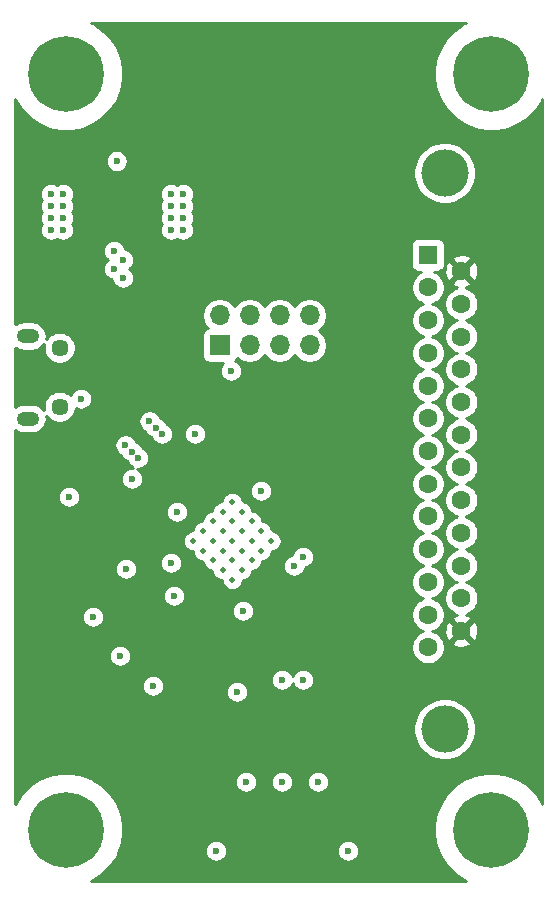
<source format=gbr>
%TF.GenerationSoftware,KiCad,Pcbnew,(5.1.8)-1*%
%TF.CreationDate,2021-01-03T01:00:04+10:00*%
%TF.ProjectId,OpenRetroPad,4f70656e-5265-4747-926f-5061642e6b69,rev?*%
%TF.SameCoordinates,Original*%
%TF.FileFunction,Copper,L3,Inr*%
%TF.FilePolarity,Positive*%
%FSLAX46Y46*%
G04 Gerber Fmt 4.6, Leading zero omitted, Abs format (unit mm)*
G04 Created by KiCad (PCBNEW (5.1.8)-1) date 2021-01-03 01:00:04*
%MOMM*%
%LPD*%
G01*
G04 APERTURE LIST*
%TA.AperFunction,ComponentPad*%
%ADD10O,1.900000X1.200000*%
%TD*%
%TA.AperFunction,ComponentPad*%
%ADD11C,1.450000*%
%TD*%
%TA.AperFunction,ComponentPad*%
%ADD12O,1.700000X1.700000*%
%TD*%
%TA.AperFunction,ComponentPad*%
%ADD13R,1.700000X1.700000*%
%TD*%
%TA.AperFunction,ComponentPad*%
%ADD14C,0.500000*%
%TD*%
%TA.AperFunction,ComponentPad*%
%ADD15C,0.800000*%
%TD*%
%TA.AperFunction,ComponentPad*%
%ADD16C,6.400000*%
%TD*%
%TA.AperFunction,ComponentPad*%
%ADD17C,4.000000*%
%TD*%
%TA.AperFunction,ComponentPad*%
%ADD18C,1.600000*%
%TD*%
%TA.AperFunction,ComponentPad*%
%ADD19R,1.600000X1.600000*%
%TD*%
%TA.AperFunction,ViaPad*%
%ADD20C,0.600000*%
%TD*%
%TA.AperFunction,Conductor*%
%ADD21C,0.254000*%
%TD*%
%TA.AperFunction,Conductor*%
%ADD22C,0.100000*%
%TD*%
G04 APERTURE END LIST*
D10*
%TO.N,GND*%
%TO.C,J1*%
X108522500Y-91430000D03*
X108522500Y-84430000D03*
D11*
X111222500Y-90430000D03*
X111222500Y-85430000D03*
%TD*%
D12*
%TO.N,PF1*%
%TO.C,J2*%
X132380000Y-82690000D03*
%TO.N,PB2*%
X129840000Y-82690000D03*
%TO.N,PB4*%
X127300000Y-82690000D03*
%TO.N,+3V3*%
X124760000Y-82690000D03*
%TO.N,PB3*%
X132380000Y-85230000D03*
%TO.N,PB1*%
X129840000Y-85230000D03*
%TO.N,PB5*%
X127300000Y-85230000D03*
D13*
%TO.N,GND*%
X124760000Y-85230000D03*
%TD*%
D14*
%TO.N,GND*%
%TO.C,U2*%
X125832454Y-105063713D03*
X125010442Y-104241701D03*
X124188431Y-103419689D03*
X123366419Y-102597678D03*
X122544407Y-101775666D03*
X126654466Y-104241701D03*
X125832454Y-103419689D03*
X125010442Y-102597678D03*
X124188431Y-101775666D03*
X123366419Y-100953654D03*
X127476477Y-103419689D03*
X126654466Y-102597678D03*
X125832454Y-101775666D03*
X125010442Y-100953654D03*
X124188431Y-100131643D03*
X128298489Y-102597678D03*
X127476477Y-101775666D03*
X126654466Y-100953654D03*
X125832454Y-100131643D03*
X125010442Y-99309631D03*
X129120501Y-101775666D03*
X128298489Y-100953654D03*
X127476477Y-100131643D03*
X126654466Y-99309631D03*
X125832454Y-98487619D03*
%TD*%
D15*
%TO.N,N/C*%
%TO.C,H4*%
X149457056Y-124532944D03*
X147760000Y-123830000D03*
X146062944Y-124532944D03*
X145360000Y-126230000D03*
X146062944Y-127927056D03*
X147760000Y-128630000D03*
X149457056Y-127927056D03*
X150160000Y-126230000D03*
D16*
X147760000Y-126230000D03*
%TD*%
D15*
%TO.N,N/C*%
%TO.C,H3*%
X113457056Y-124532944D03*
X111760000Y-123830000D03*
X110062944Y-124532944D03*
X109360000Y-126230000D03*
X110062944Y-127927056D03*
X111760000Y-128630000D03*
X113457056Y-127927056D03*
X114160000Y-126230000D03*
D16*
X111760000Y-126230000D03*
%TD*%
D15*
%TO.N,N/C*%
%TO.C,H2*%
X149457056Y-60532944D03*
X147760000Y-59830000D03*
X146062944Y-60532944D03*
X145360000Y-62230000D03*
X146062944Y-63927056D03*
X147760000Y-64630000D03*
X149457056Y-63927056D03*
X150160000Y-62230000D03*
D16*
X147760000Y-62230000D03*
%TD*%
D15*
%TO.N,N/C*%
%TO.C,H1*%
X113457056Y-60532944D03*
X111760000Y-59830000D03*
X110062944Y-60532944D03*
X109360000Y-62230000D03*
X110062944Y-63927056D03*
X111760000Y-64630000D03*
X113457056Y-63927056D03*
X114160000Y-62230000D03*
D16*
X111760000Y-62230000D03*
%TD*%
D17*
%TO.N,GND*%
%TO.C,J3*%
X143810000Y-70620000D03*
X143810000Y-117720000D03*
D18*
%TO.N,+5V*%
X145230000Y-109405000D03*
%TO.N,PD0*%
X145230000Y-106635000D03*
%TO.N,PD2*%
X145230000Y-103865000D03*
%TO.N,PD4*%
X145230000Y-101095000D03*
%TO.N,PB4*%
X145230000Y-98325000D03*
%TO.N,PB6*%
X145230000Y-95555000D03*
%TO.N,PC6*%
X145230000Y-92785000D03*
%TO.N,PF6*%
X145230000Y-90015000D03*
%TO.N,PF4*%
X145230000Y-87245000D03*
%TO.N,PB1*%
X145230000Y-84475000D03*
%TO.N,PB3*%
X145230000Y-81705000D03*
%TO.N,+5V*%
X145230000Y-78935000D03*
%TO.N,GND*%
X142390000Y-110790000D03*
%TO.N,+3V3*%
X142390000Y-108020000D03*
%TO.N,PD1*%
X142390000Y-105250000D03*
%TO.N,PD3*%
X142390000Y-102480000D03*
%TO.N,PD7*%
X142390000Y-99710000D03*
%TO.N,PB5*%
X142390000Y-96940000D03*
%TO.N,Net-(J3-Pad7)*%
X142390000Y-94170000D03*
%TO.N,PF7*%
X142390000Y-91400000D03*
%TO.N,PF5*%
X142390000Y-88630000D03*
%TO.N,PE6*%
X142390000Y-85860000D03*
%TO.N,PB2*%
X142390000Y-83090000D03*
%TO.N,+3V3*%
X142390000Y-80320000D03*
D19*
%TO.N,GND*%
X142390000Y-77550000D03*
%TD*%
D20*
%TO.N,GND*%
X117348000Y-96520000D03*
X114046000Y-108204000D03*
X119126000Y-114046000D03*
X116840000Y-104139990D03*
X135636000Y-128016000D03*
X124460000Y-128016000D03*
X122682000Y-92709996D03*
X116052000Y-69622006D03*
X120904000Y-106426000D03*
X116332000Y-111506000D03*
X130048000Y-122174000D03*
X112014000Y-98044000D03*
X113030000Y-89730000D03*
%TO.N,+5V*%
X119888000Y-86106000D03*
X131318000Y-93472000D03*
X133858000Y-100076000D03*
X123952000Y-93980000D03*
X117866738Y-100030000D03*
X118110000Y-105410000D03*
X137160000Y-128016000D03*
X122936000Y-128016000D03*
X130810000Y-110951998D03*
X137922000Y-94742000D03*
X118364000Y-87630000D03*
X110236000Y-98044000D03*
%TO.N,+3V3*%
X121666000Y-72390000D03*
X121666000Y-73406000D03*
X121666000Y-74422000D03*
X121666000Y-75438000D03*
X110490000Y-72390000D03*
X110490000Y-73406000D03*
X110490000Y-74422000D03*
X110490000Y-75438000D03*
X111506000Y-75438000D03*
X111506000Y-74422000D03*
X111506000Y-73406000D03*
X111506000Y-72390000D03*
X120650000Y-75438000D03*
X120650000Y-74422000D03*
X120650000Y-73406000D03*
X120650000Y-72390000D03*
X116586000Y-79502000D03*
X115824000Y-78740000D03*
X116586000Y-77978000D03*
X115824000Y-77216000D03*
%TO.N,PB2*%
X119355972Y-92177972D03*
X117323972Y-94209972D03*
%TO.N,PB1*%
X119888000Y-92710000D03*
X117856000Y-94742000D03*
%TO.N,PB3*%
X118823943Y-91645943D03*
X116791943Y-93677943D03*
%TO.N,PE2*%
X133096000Y-122174000D03*
X131826000Y-103124000D03*
%TO.N,RESET*%
X120650000Y-103632000D03*
X127000000Y-122174000D03*
%TO.N,PF1*%
X128270000Y-97536000D03*
X125730000Y-87376000D03*
%TO.N,PC7*%
X131064000Y-103886000D03*
X131826000Y-113538000D03*
%TO.N,PB0*%
X121158000Y-99314000D03*
X126238000Y-114554000D03*
%TO.N,PD5*%
X126746000Y-107696000D03*
X130048000Y-113538000D03*
%TD*%
D21*
%TO.N,+5V*%
X145473558Y-57952368D02*
X144682967Y-58480624D01*
X144010624Y-59152967D01*
X143482368Y-59943558D01*
X143118499Y-60822016D01*
X142933000Y-61754582D01*
X142933000Y-62705418D01*
X143118499Y-63637984D01*
X143482368Y-64516442D01*
X144010624Y-65307033D01*
X144682967Y-65979376D01*
X145473558Y-66507632D01*
X146352016Y-66871501D01*
X147284582Y-67057000D01*
X148235418Y-67057000D01*
X149167984Y-66871501D01*
X150046442Y-66507632D01*
X150837033Y-65979376D01*
X151509376Y-65307033D01*
X152037632Y-64516442D01*
X152100001Y-64365870D01*
X152100000Y-124094128D01*
X152037632Y-123943558D01*
X151509376Y-123152967D01*
X150837033Y-122480624D01*
X150046442Y-121952368D01*
X149167984Y-121588499D01*
X148235418Y-121403000D01*
X147284582Y-121403000D01*
X146352016Y-121588499D01*
X145473558Y-121952368D01*
X144682967Y-122480624D01*
X144010624Y-123152967D01*
X143482368Y-123943558D01*
X143118499Y-124822016D01*
X142933000Y-125754582D01*
X142933000Y-126705418D01*
X143118499Y-127637984D01*
X143482368Y-128516442D01*
X144010624Y-129307033D01*
X144682967Y-129979376D01*
X145473558Y-130507632D01*
X145624128Y-130570000D01*
X113895872Y-130570000D01*
X114046442Y-130507632D01*
X114837033Y-129979376D01*
X115509376Y-129307033D01*
X116037632Y-128516442D01*
X116283066Y-127923911D01*
X123525000Y-127923911D01*
X123525000Y-128108089D01*
X123560932Y-128288729D01*
X123631414Y-128458889D01*
X123733738Y-128612028D01*
X123863972Y-128742262D01*
X124017111Y-128844586D01*
X124187271Y-128915068D01*
X124367911Y-128951000D01*
X124552089Y-128951000D01*
X124732729Y-128915068D01*
X124902889Y-128844586D01*
X125056028Y-128742262D01*
X125186262Y-128612028D01*
X125288586Y-128458889D01*
X125359068Y-128288729D01*
X125395000Y-128108089D01*
X125395000Y-127923911D01*
X134701000Y-127923911D01*
X134701000Y-128108089D01*
X134736932Y-128288729D01*
X134807414Y-128458889D01*
X134909738Y-128612028D01*
X135039972Y-128742262D01*
X135193111Y-128844586D01*
X135363271Y-128915068D01*
X135543911Y-128951000D01*
X135728089Y-128951000D01*
X135908729Y-128915068D01*
X136078889Y-128844586D01*
X136232028Y-128742262D01*
X136362262Y-128612028D01*
X136464586Y-128458889D01*
X136535068Y-128288729D01*
X136571000Y-128108089D01*
X136571000Y-127923911D01*
X136535068Y-127743271D01*
X136464586Y-127573111D01*
X136362262Y-127419972D01*
X136232028Y-127289738D01*
X136078889Y-127187414D01*
X135908729Y-127116932D01*
X135728089Y-127081000D01*
X135543911Y-127081000D01*
X135363271Y-127116932D01*
X135193111Y-127187414D01*
X135039972Y-127289738D01*
X134909738Y-127419972D01*
X134807414Y-127573111D01*
X134736932Y-127743271D01*
X134701000Y-127923911D01*
X125395000Y-127923911D01*
X125359068Y-127743271D01*
X125288586Y-127573111D01*
X125186262Y-127419972D01*
X125056028Y-127289738D01*
X124902889Y-127187414D01*
X124732729Y-127116932D01*
X124552089Y-127081000D01*
X124367911Y-127081000D01*
X124187271Y-127116932D01*
X124017111Y-127187414D01*
X123863972Y-127289738D01*
X123733738Y-127419972D01*
X123631414Y-127573111D01*
X123560932Y-127743271D01*
X123525000Y-127923911D01*
X116283066Y-127923911D01*
X116401501Y-127637984D01*
X116587000Y-126705418D01*
X116587000Y-125754582D01*
X116401501Y-124822016D01*
X116037632Y-123943558D01*
X115509376Y-123152967D01*
X114837033Y-122480624D01*
X114240317Y-122081911D01*
X126065000Y-122081911D01*
X126065000Y-122266089D01*
X126100932Y-122446729D01*
X126171414Y-122616889D01*
X126273738Y-122770028D01*
X126403972Y-122900262D01*
X126557111Y-123002586D01*
X126727271Y-123073068D01*
X126907911Y-123109000D01*
X127092089Y-123109000D01*
X127272729Y-123073068D01*
X127442889Y-123002586D01*
X127596028Y-122900262D01*
X127726262Y-122770028D01*
X127828586Y-122616889D01*
X127899068Y-122446729D01*
X127935000Y-122266089D01*
X127935000Y-122081911D01*
X129113000Y-122081911D01*
X129113000Y-122266089D01*
X129148932Y-122446729D01*
X129219414Y-122616889D01*
X129321738Y-122770028D01*
X129451972Y-122900262D01*
X129605111Y-123002586D01*
X129775271Y-123073068D01*
X129955911Y-123109000D01*
X130140089Y-123109000D01*
X130320729Y-123073068D01*
X130490889Y-123002586D01*
X130644028Y-122900262D01*
X130774262Y-122770028D01*
X130876586Y-122616889D01*
X130947068Y-122446729D01*
X130983000Y-122266089D01*
X130983000Y-122081911D01*
X132161000Y-122081911D01*
X132161000Y-122266089D01*
X132196932Y-122446729D01*
X132267414Y-122616889D01*
X132369738Y-122770028D01*
X132499972Y-122900262D01*
X132653111Y-123002586D01*
X132823271Y-123073068D01*
X133003911Y-123109000D01*
X133188089Y-123109000D01*
X133368729Y-123073068D01*
X133538889Y-123002586D01*
X133692028Y-122900262D01*
X133822262Y-122770028D01*
X133924586Y-122616889D01*
X133995068Y-122446729D01*
X134031000Y-122266089D01*
X134031000Y-122081911D01*
X133995068Y-121901271D01*
X133924586Y-121731111D01*
X133822262Y-121577972D01*
X133692028Y-121447738D01*
X133538889Y-121345414D01*
X133368729Y-121274932D01*
X133188089Y-121239000D01*
X133003911Y-121239000D01*
X132823271Y-121274932D01*
X132653111Y-121345414D01*
X132499972Y-121447738D01*
X132369738Y-121577972D01*
X132267414Y-121731111D01*
X132196932Y-121901271D01*
X132161000Y-122081911D01*
X130983000Y-122081911D01*
X130947068Y-121901271D01*
X130876586Y-121731111D01*
X130774262Y-121577972D01*
X130644028Y-121447738D01*
X130490889Y-121345414D01*
X130320729Y-121274932D01*
X130140089Y-121239000D01*
X129955911Y-121239000D01*
X129775271Y-121274932D01*
X129605111Y-121345414D01*
X129451972Y-121447738D01*
X129321738Y-121577972D01*
X129219414Y-121731111D01*
X129148932Y-121901271D01*
X129113000Y-122081911D01*
X127935000Y-122081911D01*
X127899068Y-121901271D01*
X127828586Y-121731111D01*
X127726262Y-121577972D01*
X127596028Y-121447738D01*
X127442889Y-121345414D01*
X127272729Y-121274932D01*
X127092089Y-121239000D01*
X126907911Y-121239000D01*
X126727271Y-121274932D01*
X126557111Y-121345414D01*
X126403972Y-121447738D01*
X126273738Y-121577972D01*
X126171414Y-121731111D01*
X126100932Y-121901271D01*
X126065000Y-122081911D01*
X114240317Y-122081911D01*
X114046442Y-121952368D01*
X113167984Y-121588499D01*
X112235418Y-121403000D01*
X111284582Y-121403000D01*
X110352016Y-121588499D01*
X109473558Y-121952368D01*
X108682967Y-122480624D01*
X108010624Y-123152967D01*
X107482368Y-123943558D01*
X107420000Y-124094128D01*
X107420000Y-117460475D01*
X141175000Y-117460475D01*
X141175000Y-117979525D01*
X141276261Y-118488601D01*
X141474893Y-118968141D01*
X141763262Y-119399715D01*
X142130285Y-119766738D01*
X142561859Y-120055107D01*
X143041399Y-120253739D01*
X143550475Y-120355000D01*
X144069525Y-120355000D01*
X144578601Y-120253739D01*
X145058141Y-120055107D01*
X145489715Y-119766738D01*
X145856738Y-119399715D01*
X146145107Y-118968141D01*
X146343739Y-118488601D01*
X146445000Y-117979525D01*
X146445000Y-117460475D01*
X146343739Y-116951399D01*
X146145107Y-116471859D01*
X145856738Y-116040285D01*
X145489715Y-115673262D01*
X145058141Y-115384893D01*
X144578601Y-115186261D01*
X144069525Y-115085000D01*
X143550475Y-115085000D01*
X143041399Y-115186261D01*
X142561859Y-115384893D01*
X142130285Y-115673262D01*
X141763262Y-116040285D01*
X141474893Y-116471859D01*
X141276261Y-116951399D01*
X141175000Y-117460475D01*
X107420000Y-117460475D01*
X107420000Y-113953911D01*
X118191000Y-113953911D01*
X118191000Y-114138089D01*
X118226932Y-114318729D01*
X118297414Y-114488889D01*
X118399738Y-114642028D01*
X118529972Y-114772262D01*
X118683111Y-114874586D01*
X118853271Y-114945068D01*
X119033911Y-114981000D01*
X119218089Y-114981000D01*
X119398729Y-114945068D01*
X119568889Y-114874586D01*
X119722028Y-114772262D01*
X119852262Y-114642028D01*
X119954586Y-114488889D01*
X119965760Y-114461911D01*
X125303000Y-114461911D01*
X125303000Y-114646089D01*
X125338932Y-114826729D01*
X125409414Y-114996889D01*
X125511738Y-115150028D01*
X125641972Y-115280262D01*
X125795111Y-115382586D01*
X125965271Y-115453068D01*
X126145911Y-115489000D01*
X126330089Y-115489000D01*
X126510729Y-115453068D01*
X126680889Y-115382586D01*
X126834028Y-115280262D01*
X126964262Y-115150028D01*
X127066586Y-114996889D01*
X127137068Y-114826729D01*
X127173000Y-114646089D01*
X127173000Y-114461911D01*
X127137068Y-114281271D01*
X127066586Y-114111111D01*
X126964262Y-113957972D01*
X126834028Y-113827738D01*
X126680889Y-113725414D01*
X126510729Y-113654932D01*
X126330089Y-113619000D01*
X126145911Y-113619000D01*
X125965271Y-113654932D01*
X125795111Y-113725414D01*
X125641972Y-113827738D01*
X125511738Y-113957972D01*
X125409414Y-114111111D01*
X125338932Y-114281271D01*
X125303000Y-114461911D01*
X119965760Y-114461911D01*
X120025068Y-114318729D01*
X120061000Y-114138089D01*
X120061000Y-113953911D01*
X120025068Y-113773271D01*
X119954586Y-113603111D01*
X119852262Y-113449972D01*
X119848201Y-113445911D01*
X129113000Y-113445911D01*
X129113000Y-113630089D01*
X129148932Y-113810729D01*
X129219414Y-113980889D01*
X129321738Y-114134028D01*
X129451972Y-114264262D01*
X129605111Y-114366586D01*
X129775271Y-114437068D01*
X129955911Y-114473000D01*
X130140089Y-114473000D01*
X130320729Y-114437068D01*
X130490889Y-114366586D01*
X130644028Y-114264262D01*
X130774262Y-114134028D01*
X130876586Y-113980889D01*
X130937000Y-113835036D01*
X130997414Y-113980889D01*
X131099738Y-114134028D01*
X131229972Y-114264262D01*
X131383111Y-114366586D01*
X131553271Y-114437068D01*
X131733911Y-114473000D01*
X131918089Y-114473000D01*
X132098729Y-114437068D01*
X132268889Y-114366586D01*
X132422028Y-114264262D01*
X132552262Y-114134028D01*
X132654586Y-113980889D01*
X132725068Y-113810729D01*
X132761000Y-113630089D01*
X132761000Y-113445911D01*
X132725068Y-113265271D01*
X132654586Y-113095111D01*
X132552262Y-112941972D01*
X132422028Y-112811738D01*
X132268889Y-112709414D01*
X132098729Y-112638932D01*
X131918089Y-112603000D01*
X131733911Y-112603000D01*
X131553271Y-112638932D01*
X131383111Y-112709414D01*
X131229972Y-112811738D01*
X131099738Y-112941972D01*
X130997414Y-113095111D01*
X130937000Y-113240964D01*
X130876586Y-113095111D01*
X130774262Y-112941972D01*
X130644028Y-112811738D01*
X130490889Y-112709414D01*
X130320729Y-112638932D01*
X130140089Y-112603000D01*
X129955911Y-112603000D01*
X129775271Y-112638932D01*
X129605111Y-112709414D01*
X129451972Y-112811738D01*
X129321738Y-112941972D01*
X129219414Y-113095111D01*
X129148932Y-113265271D01*
X129113000Y-113445911D01*
X119848201Y-113445911D01*
X119722028Y-113319738D01*
X119568889Y-113217414D01*
X119398729Y-113146932D01*
X119218089Y-113111000D01*
X119033911Y-113111000D01*
X118853271Y-113146932D01*
X118683111Y-113217414D01*
X118529972Y-113319738D01*
X118399738Y-113449972D01*
X118297414Y-113603111D01*
X118226932Y-113773271D01*
X118191000Y-113953911D01*
X107420000Y-113953911D01*
X107420000Y-111413911D01*
X115397000Y-111413911D01*
X115397000Y-111598089D01*
X115432932Y-111778729D01*
X115503414Y-111948889D01*
X115605738Y-112102028D01*
X115735972Y-112232262D01*
X115889111Y-112334586D01*
X116059271Y-112405068D01*
X116239911Y-112441000D01*
X116424089Y-112441000D01*
X116604729Y-112405068D01*
X116774889Y-112334586D01*
X116928028Y-112232262D01*
X117058262Y-112102028D01*
X117160586Y-111948889D01*
X117231068Y-111778729D01*
X117267000Y-111598089D01*
X117267000Y-111413911D01*
X117231068Y-111233271D01*
X117160586Y-111063111D01*
X117058262Y-110909972D01*
X116928028Y-110779738D01*
X116774889Y-110677414D01*
X116604729Y-110606932D01*
X116424089Y-110571000D01*
X116239911Y-110571000D01*
X116059271Y-110606932D01*
X115889111Y-110677414D01*
X115735972Y-110779738D01*
X115605738Y-110909972D01*
X115503414Y-111063111D01*
X115432932Y-111233271D01*
X115397000Y-111413911D01*
X107420000Y-111413911D01*
X107420000Y-108111911D01*
X113111000Y-108111911D01*
X113111000Y-108296089D01*
X113146932Y-108476729D01*
X113217414Y-108646889D01*
X113319738Y-108800028D01*
X113449972Y-108930262D01*
X113603111Y-109032586D01*
X113773271Y-109103068D01*
X113953911Y-109139000D01*
X114138089Y-109139000D01*
X114318729Y-109103068D01*
X114488889Y-109032586D01*
X114642028Y-108930262D01*
X114772262Y-108800028D01*
X114874586Y-108646889D01*
X114945068Y-108476729D01*
X114981000Y-108296089D01*
X114981000Y-108111911D01*
X114945068Y-107931271D01*
X114874586Y-107761111D01*
X114772262Y-107607972D01*
X114768201Y-107603911D01*
X125811000Y-107603911D01*
X125811000Y-107788089D01*
X125846932Y-107968729D01*
X125917414Y-108138889D01*
X126019738Y-108292028D01*
X126149972Y-108422262D01*
X126303111Y-108524586D01*
X126473271Y-108595068D01*
X126653911Y-108631000D01*
X126838089Y-108631000D01*
X127018729Y-108595068D01*
X127188889Y-108524586D01*
X127342028Y-108422262D01*
X127472262Y-108292028D01*
X127574586Y-108138889D01*
X127645068Y-107968729D01*
X127681000Y-107788089D01*
X127681000Y-107603911D01*
X127645068Y-107423271D01*
X127574586Y-107253111D01*
X127472262Y-107099972D01*
X127342028Y-106969738D01*
X127188889Y-106867414D01*
X127018729Y-106796932D01*
X126838089Y-106761000D01*
X126653911Y-106761000D01*
X126473271Y-106796932D01*
X126303111Y-106867414D01*
X126149972Y-106969738D01*
X126019738Y-107099972D01*
X125917414Y-107253111D01*
X125846932Y-107423271D01*
X125811000Y-107603911D01*
X114768201Y-107603911D01*
X114642028Y-107477738D01*
X114488889Y-107375414D01*
X114318729Y-107304932D01*
X114138089Y-107269000D01*
X113953911Y-107269000D01*
X113773271Y-107304932D01*
X113603111Y-107375414D01*
X113449972Y-107477738D01*
X113319738Y-107607972D01*
X113217414Y-107761111D01*
X113146932Y-107931271D01*
X113111000Y-108111911D01*
X107420000Y-108111911D01*
X107420000Y-106333911D01*
X119969000Y-106333911D01*
X119969000Y-106518089D01*
X120004932Y-106698729D01*
X120075414Y-106868889D01*
X120177738Y-107022028D01*
X120307972Y-107152262D01*
X120461111Y-107254586D01*
X120631271Y-107325068D01*
X120811911Y-107361000D01*
X120996089Y-107361000D01*
X121176729Y-107325068D01*
X121346889Y-107254586D01*
X121500028Y-107152262D01*
X121630262Y-107022028D01*
X121732586Y-106868889D01*
X121803068Y-106698729D01*
X121839000Y-106518089D01*
X121839000Y-106333911D01*
X121803068Y-106153271D01*
X121732586Y-105983111D01*
X121630262Y-105829972D01*
X121500028Y-105699738D01*
X121346889Y-105597414D01*
X121176729Y-105526932D01*
X120996089Y-105491000D01*
X120811911Y-105491000D01*
X120631271Y-105526932D01*
X120461111Y-105597414D01*
X120307972Y-105699738D01*
X120177738Y-105829972D01*
X120075414Y-105983111D01*
X120004932Y-106153271D01*
X119969000Y-106333911D01*
X107420000Y-106333911D01*
X107420000Y-104047901D01*
X115905000Y-104047901D01*
X115905000Y-104232079D01*
X115940932Y-104412719D01*
X116011414Y-104582879D01*
X116113738Y-104736018D01*
X116243972Y-104866252D01*
X116397111Y-104968576D01*
X116567271Y-105039058D01*
X116747911Y-105074990D01*
X116932089Y-105074990D01*
X117112729Y-105039058D01*
X117282889Y-104968576D01*
X117436028Y-104866252D01*
X117566262Y-104736018D01*
X117668586Y-104582879D01*
X117739068Y-104412719D01*
X117775000Y-104232079D01*
X117775000Y-104047901D01*
X117739068Y-103867261D01*
X117668586Y-103697101D01*
X117566262Y-103543962D01*
X117562211Y-103539911D01*
X119715000Y-103539911D01*
X119715000Y-103724089D01*
X119750932Y-103904729D01*
X119821414Y-104074889D01*
X119923738Y-104228028D01*
X120053972Y-104358262D01*
X120207111Y-104460586D01*
X120377271Y-104531068D01*
X120557911Y-104567000D01*
X120742089Y-104567000D01*
X120922729Y-104531068D01*
X121092889Y-104460586D01*
X121246028Y-104358262D01*
X121376262Y-104228028D01*
X121478586Y-104074889D01*
X121549068Y-103904729D01*
X121585000Y-103724089D01*
X121585000Y-103539911D01*
X121549068Y-103359271D01*
X121478586Y-103189111D01*
X121376262Y-103035972D01*
X121246028Y-102905738D01*
X121092889Y-102803414D01*
X120922729Y-102732932D01*
X120742089Y-102697000D01*
X120557911Y-102697000D01*
X120377271Y-102732932D01*
X120207111Y-102803414D01*
X120053972Y-102905738D01*
X119923738Y-103035972D01*
X119821414Y-103189111D01*
X119750932Y-103359271D01*
X119715000Y-103539911D01*
X117562211Y-103539911D01*
X117436028Y-103413728D01*
X117282889Y-103311404D01*
X117112729Y-103240922D01*
X116932089Y-103204990D01*
X116747911Y-103204990D01*
X116567271Y-103240922D01*
X116397111Y-103311404D01*
X116243972Y-103413728D01*
X116113738Y-103543962D01*
X116011414Y-103697101D01*
X115940932Y-103867261D01*
X115905000Y-104047901D01*
X107420000Y-104047901D01*
X107420000Y-101688501D01*
X121659407Y-101688501D01*
X121659407Y-101862831D01*
X121693417Y-102033811D01*
X121760130Y-102194871D01*
X121856983Y-102339821D01*
X121980252Y-102463090D01*
X122125202Y-102559943D01*
X122286262Y-102626656D01*
X122457242Y-102660666D01*
X122481419Y-102660666D01*
X122481419Y-102684843D01*
X122515429Y-102855823D01*
X122582142Y-103016883D01*
X122678995Y-103161833D01*
X122802264Y-103285102D01*
X122947214Y-103381955D01*
X123108274Y-103448668D01*
X123279254Y-103482678D01*
X123303431Y-103482678D01*
X123303431Y-103506854D01*
X123337441Y-103677834D01*
X123404154Y-103838894D01*
X123501007Y-103983844D01*
X123624276Y-104107113D01*
X123769226Y-104203966D01*
X123930286Y-104270679D01*
X124101266Y-104304689D01*
X124125442Y-104304689D01*
X124125442Y-104328866D01*
X124159452Y-104499846D01*
X124226165Y-104660906D01*
X124323018Y-104805856D01*
X124446287Y-104929125D01*
X124591237Y-105025978D01*
X124752297Y-105092691D01*
X124923277Y-105126701D01*
X124947454Y-105126701D01*
X124947454Y-105150878D01*
X124981464Y-105321858D01*
X125048177Y-105482918D01*
X125145030Y-105627868D01*
X125268299Y-105751137D01*
X125413249Y-105847990D01*
X125574309Y-105914703D01*
X125745289Y-105948713D01*
X125919619Y-105948713D01*
X126090599Y-105914703D01*
X126251659Y-105847990D01*
X126396609Y-105751137D01*
X126519878Y-105627868D01*
X126616731Y-105482918D01*
X126683444Y-105321858D01*
X126717454Y-105150878D01*
X126717454Y-105126701D01*
X126741631Y-105126701D01*
X126912611Y-105092691D01*
X127073671Y-105025978D01*
X127218621Y-104929125D01*
X127341890Y-104805856D01*
X127438743Y-104660906D01*
X127505456Y-104499846D01*
X127539466Y-104328866D01*
X127539466Y-104304689D01*
X127563642Y-104304689D01*
X127734622Y-104270679D01*
X127895682Y-104203966D01*
X128040632Y-104107113D01*
X128163901Y-103983844D01*
X128260754Y-103838894D01*
X128279386Y-103793911D01*
X130129000Y-103793911D01*
X130129000Y-103978089D01*
X130164932Y-104158729D01*
X130235414Y-104328889D01*
X130337738Y-104482028D01*
X130467972Y-104612262D01*
X130621111Y-104714586D01*
X130791271Y-104785068D01*
X130971911Y-104821000D01*
X131156089Y-104821000D01*
X131336729Y-104785068D01*
X131506889Y-104714586D01*
X131660028Y-104612262D01*
X131790262Y-104482028D01*
X131892586Y-104328889D01*
X131963068Y-104158729D01*
X131985576Y-104045576D01*
X132098729Y-104023068D01*
X132268889Y-103952586D01*
X132422028Y-103850262D01*
X132552262Y-103720028D01*
X132654586Y-103566889D01*
X132725068Y-103396729D01*
X132761000Y-103216089D01*
X132761000Y-103031911D01*
X132725068Y-102851271D01*
X132654586Y-102681111D01*
X132552262Y-102527972D01*
X132422028Y-102397738D01*
X132268889Y-102295414D01*
X132098729Y-102224932D01*
X131918089Y-102189000D01*
X131733911Y-102189000D01*
X131553271Y-102224932D01*
X131383111Y-102295414D01*
X131229972Y-102397738D01*
X131099738Y-102527972D01*
X130997414Y-102681111D01*
X130926932Y-102851271D01*
X130904424Y-102964424D01*
X130791271Y-102986932D01*
X130621111Y-103057414D01*
X130467972Y-103159738D01*
X130337738Y-103289972D01*
X130235414Y-103443111D01*
X130164932Y-103613271D01*
X130129000Y-103793911D01*
X128279386Y-103793911D01*
X128327467Y-103677834D01*
X128361477Y-103506854D01*
X128361477Y-103482678D01*
X128385654Y-103482678D01*
X128556634Y-103448668D01*
X128717694Y-103381955D01*
X128862644Y-103285102D01*
X128985913Y-103161833D01*
X129082766Y-103016883D01*
X129149479Y-102855823D01*
X129183489Y-102684843D01*
X129183489Y-102660666D01*
X129207666Y-102660666D01*
X129378646Y-102626656D01*
X129539706Y-102559943D01*
X129684656Y-102463090D01*
X129807925Y-102339821D01*
X129904778Y-102194871D01*
X129971491Y-102033811D01*
X130005501Y-101862831D01*
X130005501Y-101688501D01*
X129971491Y-101517521D01*
X129904778Y-101356461D01*
X129807925Y-101211511D01*
X129684656Y-101088242D01*
X129539706Y-100991389D01*
X129378646Y-100924676D01*
X129207666Y-100890666D01*
X129183489Y-100890666D01*
X129183489Y-100866489D01*
X129149479Y-100695509D01*
X129082766Y-100534449D01*
X128985913Y-100389499D01*
X128862644Y-100266230D01*
X128717694Y-100169377D01*
X128556634Y-100102664D01*
X128385654Y-100068654D01*
X128361477Y-100068654D01*
X128361477Y-100044478D01*
X128327467Y-99873498D01*
X128260754Y-99712438D01*
X128163901Y-99567488D01*
X128040632Y-99444219D01*
X127895682Y-99347366D01*
X127734622Y-99280653D01*
X127563642Y-99246643D01*
X127539466Y-99246643D01*
X127539466Y-99222466D01*
X127505456Y-99051486D01*
X127438743Y-98890426D01*
X127341890Y-98745476D01*
X127218621Y-98622207D01*
X127073671Y-98525354D01*
X126912611Y-98458641D01*
X126741631Y-98424631D01*
X126717454Y-98424631D01*
X126717454Y-98400454D01*
X126683444Y-98229474D01*
X126616731Y-98068414D01*
X126519878Y-97923464D01*
X126396609Y-97800195D01*
X126251659Y-97703342D01*
X126090599Y-97636629D01*
X125919619Y-97602619D01*
X125745289Y-97602619D01*
X125574309Y-97636629D01*
X125413249Y-97703342D01*
X125268299Y-97800195D01*
X125145030Y-97923464D01*
X125048177Y-98068414D01*
X124981464Y-98229474D01*
X124947454Y-98400454D01*
X124947454Y-98424631D01*
X124923277Y-98424631D01*
X124752297Y-98458641D01*
X124591237Y-98525354D01*
X124446287Y-98622207D01*
X124323018Y-98745476D01*
X124226165Y-98890426D01*
X124159452Y-99051486D01*
X124125442Y-99222466D01*
X124125442Y-99246643D01*
X124101266Y-99246643D01*
X123930286Y-99280653D01*
X123769226Y-99347366D01*
X123624276Y-99444219D01*
X123501007Y-99567488D01*
X123404154Y-99712438D01*
X123337441Y-99873498D01*
X123303431Y-100044478D01*
X123303431Y-100068654D01*
X123279254Y-100068654D01*
X123108274Y-100102664D01*
X122947214Y-100169377D01*
X122802264Y-100266230D01*
X122678995Y-100389499D01*
X122582142Y-100534449D01*
X122515429Y-100695509D01*
X122481419Y-100866489D01*
X122481419Y-100890666D01*
X122457242Y-100890666D01*
X122286262Y-100924676D01*
X122125202Y-100991389D01*
X121980252Y-101088242D01*
X121856983Y-101211511D01*
X121760130Y-101356461D01*
X121693417Y-101517521D01*
X121659407Y-101688501D01*
X107420000Y-101688501D01*
X107420000Y-99221911D01*
X120223000Y-99221911D01*
X120223000Y-99406089D01*
X120258932Y-99586729D01*
X120329414Y-99756889D01*
X120431738Y-99910028D01*
X120561972Y-100040262D01*
X120715111Y-100142586D01*
X120885271Y-100213068D01*
X121065911Y-100249000D01*
X121250089Y-100249000D01*
X121430729Y-100213068D01*
X121600889Y-100142586D01*
X121754028Y-100040262D01*
X121884262Y-99910028D01*
X121986586Y-99756889D01*
X122057068Y-99586729D01*
X122093000Y-99406089D01*
X122093000Y-99221911D01*
X122057068Y-99041271D01*
X121986586Y-98871111D01*
X121884262Y-98717972D01*
X121754028Y-98587738D01*
X121600889Y-98485414D01*
X121430729Y-98414932D01*
X121250089Y-98379000D01*
X121065911Y-98379000D01*
X120885271Y-98414932D01*
X120715111Y-98485414D01*
X120561972Y-98587738D01*
X120431738Y-98717972D01*
X120329414Y-98871111D01*
X120258932Y-99041271D01*
X120223000Y-99221911D01*
X107420000Y-99221911D01*
X107420000Y-97951911D01*
X111079000Y-97951911D01*
X111079000Y-98136089D01*
X111114932Y-98316729D01*
X111185414Y-98486889D01*
X111287738Y-98640028D01*
X111417972Y-98770262D01*
X111571111Y-98872586D01*
X111741271Y-98943068D01*
X111921911Y-98979000D01*
X112106089Y-98979000D01*
X112286729Y-98943068D01*
X112456889Y-98872586D01*
X112610028Y-98770262D01*
X112740262Y-98640028D01*
X112842586Y-98486889D01*
X112913068Y-98316729D01*
X112949000Y-98136089D01*
X112949000Y-97951911D01*
X112913068Y-97771271D01*
X112842586Y-97601111D01*
X112740262Y-97447972D01*
X112610028Y-97317738D01*
X112456889Y-97215414D01*
X112286729Y-97144932D01*
X112106089Y-97109000D01*
X111921911Y-97109000D01*
X111741271Y-97144932D01*
X111571111Y-97215414D01*
X111417972Y-97317738D01*
X111287738Y-97447972D01*
X111185414Y-97601111D01*
X111114932Y-97771271D01*
X111079000Y-97951911D01*
X107420000Y-97951911D01*
X107420000Y-93585854D01*
X115856943Y-93585854D01*
X115856943Y-93770032D01*
X115892875Y-93950672D01*
X115963357Y-94120832D01*
X116065681Y-94273971D01*
X116195915Y-94404205D01*
X116349054Y-94506529D01*
X116452527Y-94549388D01*
X116495386Y-94652861D01*
X116597710Y-94806000D01*
X116727944Y-94936234D01*
X116881083Y-95038558D01*
X116984555Y-95081417D01*
X117027414Y-95184889D01*
X117129738Y-95338028D01*
X117259972Y-95468262D01*
X117413111Y-95570586D01*
X117455135Y-95587993D01*
X117440089Y-95585000D01*
X117255911Y-95585000D01*
X117075271Y-95620932D01*
X116905111Y-95691414D01*
X116751972Y-95793738D01*
X116621738Y-95923972D01*
X116519414Y-96077111D01*
X116448932Y-96247271D01*
X116413000Y-96427911D01*
X116413000Y-96612089D01*
X116448932Y-96792729D01*
X116519414Y-96962889D01*
X116621738Y-97116028D01*
X116751972Y-97246262D01*
X116905111Y-97348586D01*
X117075271Y-97419068D01*
X117255911Y-97455000D01*
X117440089Y-97455000D01*
X117495836Y-97443911D01*
X127335000Y-97443911D01*
X127335000Y-97628089D01*
X127370932Y-97808729D01*
X127441414Y-97978889D01*
X127543738Y-98132028D01*
X127673972Y-98262262D01*
X127827111Y-98364586D01*
X127997271Y-98435068D01*
X128177911Y-98471000D01*
X128362089Y-98471000D01*
X128542729Y-98435068D01*
X128712889Y-98364586D01*
X128866028Y-98262262D01*
X128996262Y-98132028D01*
X129098586Y-97978889D01*
X129169068Y-97808729D01*
X129205000Y-97628089D01*
X129205000Y-97443911D01*
X129169068Y-97263271D01*
X129098586Y-97093111D01*
X128996262Y-96939972D01*
X128866028Y-96809738D01*
X128712889Y-96707414D01*
X128542729Y-96636932D01*
X128362089Y-96601000D01*
X128177911Y-96601000D01*
X127997271Y-96636932D01*
X127827111Y-96707414D01*
X127673972Y-96809738D01*
X127543738Y-96939972D01*
X127441414Y-97093111D01*
X127370932Y-97263271D01*
X127335000Y-97443911D01*
X117495836Y-97443911D01*
X117620729Y-97419068D01*
X117790889Y-97348586D01*
X117944028Y-97246262D01*
X118074262Y-97116028D01*
X118176586Y-96962889D01*
X118247068Y-96792729D01*
X118283000Y-96612089D01*
X118283000Y-96427911D01*
X118247068Y-96247271D01*
X118176586Y-96077111D01*
X118074262Y-95923972D01*
X117944028Y-95793738D01*
X117790889Y-95691414D01*
X117748865Y-95674007D01*
X117763911Y-95677000D01*
X117948089Y-95677000D01*
X118128729Y-95641068D01*
X118298889Y-95570586D01*
X118452028Y-95468262D01*
X118582262Y-95338028D01*
X118684586Y-95184889D01*
X118755068Y-95014729D01*
X118791000Y-94834089D01*
X118791000Y-94649911D01*
X118755068Y-94469271D01*
X118684586Y-94299111D01*
X118582262Y-94145972D01*
X118452028Y-94015738D01*
X118298889Y-93913414D01*
X118195417Y-93870555D01*
X118152558Y-93767083D01*
X118050234Y-93613944D01*
X117920000Y-93483710D01*
X117766861Y-93381386D01*
X117663388Y-93338527D01*
X117620529Y-93235054D01*
X117518205Y-93081915D01*
X117387971Y-92951681D01*
X117234832Y-92849357D01*
X117064672Y-92778875D01*
X116884032Y-92742943D01*
X116699854Y-92742943D01*
X116519214Y-92778875D01*
X116349054Y-92849357D01*
X116195915Y-92951681D01*
X116065681Y-93081915D01*
X115963357Y-93235054D01*
X115892875Y-93405214D01*
X115856943Y-93585854D01*
X107420000Y-93585854D01*
X107420000Y-92410088D01*
X107483051Y-92461833D01*
X107697599Y-92576511D01*
X107930398Y-92647130D01*
X108111835Y-92665000D01*
X108933165Y-92665000D01*
X109114602Y-92647130D01*
X109347401Y-92576511D01*
X109561949Y-92461833D01*
X109750002Y-92307502D01*
X109904333Y-92119449D01*
X110019011Y-91904901D01*
X110089630Y-91672102D01*
X110113475Y-91430000D01*
X110089630Y-91187898D01*
X110086617Y-91177965D01*
X110166119Y-91296949D01*
X110355551Y-91486381D01*
X110578299Y-91635216D01*
X110825803Y-91737736D01*
X111088552Y-91790000D01*
X111356448Y-91790000D01*
X111619197Y-91737736D01*
X111866701Y-91635216D01*
X111988468Y-91553854D01*
X117888943Y-91553854D01*
X117888943Y-91738032D01*
X117924875Y-91918672D01*
X117995357Y-92088832D01*
X118097681Y-92241971D01*
X118227915Y-92372205D01*
X118381054Y-92474529D01*
X118484527Y-92517388D01*
X118527386Y-92620861D01*
X118629710Y-92774000D01*
X118759944Y-92904234D01*
X118913083Y-93006558D01*
X119016555Y-93049417D01*
X119059414Y-93152889D01*
X119161738Y-93306028D01*
X119291972Y-93436262D01*
X119445111Y-93538586D01*
X119615271Y-93609068D01*
X119795911Y-93645000D01*
X119980089Y-93645000D01*
X120160729Y-93609068D01*
X120330889Y-93538586D01*
X120484028Y-93436262D01*
X120614262Y-93306028D01*
X120716586Y-93152889D01*
X120787068Y-92982729D01*
X120823000Y-92802089D01*
X120823000Y-92617911D01*
X120823000Y-92617907D01*
X121747000Y-92617907D01*
X121747000Y-92802085D01*
X121782932Y-92982725D01*
X121853414Y-93152885D01*
X121955738Y-93306024D01*
X122085972Y-93436258D01*
X122239111Y-93538582D01*
X122409271Y-93609064D01*
X122589911Y-93644996D01*
X122774089Y-93644996D01*
X122954729Y-93609064D01*
X123124889Y-93538582D01*
X123278028Y-93436258D01*
X123408262Y-93306024D01*
X123510586Y-93152885D01*
X123581068Y-92982725D01*
X123617000Y-92802085D01*
X123617000Y-92617907D01*
X123581068Y-92437267D01*
X123510586Y-92267107D01*
X123408262Y-92113968D01*
X123278028Y-91983734D01*
X123124889Y-91881410D01*
X122954729Y-91810928D01*
X122774089Y-91774996D01*
X122589911Y-91774996D01*
X122409271Y-91810928D01*
X122239111Y-91881410D01*
X122085972Y-91983734D01*
X121955738Y-92113968D01*
X121853414Y-92267107D01*
X121782932Y-92437267D01*
X121747000Y-92617907D01*
X120823000Y-92617907D01*
X120787068Y-92437271D01*
X120716586Y-92267111D01*
X120614262Y-92113972D01*
X120484028Y-91983738D01*
X120330889Y-91881414D01*
X120227417Y-91838555D01*
X120184558Y-91735083D01*
X120082234Y-91581944D01*
X119952000Y-91451710D01*
X119798861Y-91349386D01*
X119695388Y-91306527D01*
X119652529Y-91203054D01*
X119550205Y-91049915D01*
X119419971Y-90919681D01*
X119266832Y-90817357D01*
X119096672Y-90746875D01*
X118916032Y-90710943D01*
X118731854Y-90710943D01*
X118551214Y-90746875D01*
X118381054Y-90817357D01*
X118227915Y-90919681D01*
X118097681Y-91049915D01*
X117995357Y-91203054D01*
X117924875Y-91373214D01*
X117888943Y-91553854D01*
X111988468Y-91553854D01*
X112089449Y-91486381D01*
X112278881Y-91296949D01*
X112427716Y-91074201D01*
X112530236Y-90826697D01*
X112582500Y-90563948D01*
X112582500Y-90555505D01*
X112587111Y-90558586D01*
X112757271Y-90629068D01*
X112937911Y-90665000D01*
X113122089Y-90665000D01*
X113302729Y-90629068D01*
X113472889Y-90558586D01*
X113626028Y-90456262D01*
X113756262Y-90326028D01*
X113858586Y-90172889D01*
X113929068Y-90002729D01*
X113965000Y-89822089D01*
X113965000Y-89637911D01*
X113929068Y-89457271D01*
X113858586Y-89287111D01*
X113756262Y-89133972D01*
X113626028Y-89003738D01*
X113472889Y-88901414D01*
X113302729Y-88830932D01*
X113122089Y-88795000D01*
X112937911Y-88795000D01*
X112757271Y-88830932D01*
X112587111Y-88901414D01*
X112433972Y-89003738D01*
X112303738Y-89133972D01*
X112201414Y-89287111D01*
X112143283Y-89427453D01*
X112089449Y-89373619D01*
X111866701Y-89224784D01*
X111619197Y-89122264D01*
X111356448Y-89070000D01*
X111088552Y-89070000D01*
X110825803Y-89122264D01*
X110578299Y-89224784D01*
X110355551Y-89373619D01*
X110166119Y-89563051D01*
X110017284Y-89785799D01*
X109914764Y-90033303D01*
X109862500Y-90296052D01*
X109862500Y-90563948D01*
X109895484Y-90729768D01*
X109750002Y-90552498D01*
X109561949Y-90398167D01*
X109347401Y-90283489D01*
X109114602Y-90212870D01*
X108933165Y-90195000D01*
X108111835Y-90195000D01*
X107930398Y-90212870D01*
X107697599Y-90283489D01*
X107483051Y-90398167D01*
X107420000Y-90449912D01*
X107420000Y-85410088D01*
X107483051Y-85461833D01*
X107697599Y-85576511D01*
X107930398Y-85647130D01*
X108111835Y-85665000D01*
X108933165Y-85665000D01*
X109114602Y-85647130D01*
X109347401Y-85576511D01*
X109561949Y-85461833D01*
X109750002Y-85307502D01*
X109895484Y-85130232D01*
X109862500Y-85296052D01*
X109862500Y-85563948D01*
X109914764Y-85826697D01*
X110017284Y-86074201D01*
X110166119Y-86296949D01*
X110355551Y-86486381D01*
X110578299Y-86635216D01*
X110825803Y-86737736D01*
X111088552Y-86790000D01*
X111356448Y-86790000D01*
X111619197Y-86737736D01*
X111866701Y-86635216D01*
X112089449Y-86486381D01*
X112278881Y-86296949D01*
X112427716Y-86074201D01*
X112530236Y-85826697D01*
X112582500Y-85563948D01*
X112582500Y-85296052D01*
X112530236Y-85033303D01*
X112427716Y-84785799D01*
X112278881Y-84563051D01*
X112095830Y-84380000D01*
X123271928Y-84380000D01*
X123271928Y-86080000D01*
X123284188Y-86204482D01*
X123320498Y-86324180D01*
X123379463Y-86434494D01*
X123458815Y-86531185D01*
X123555506Y-86610537D01*
X123665820Y-86669502D01*
X123785518Y-86705812D01*
X123910000Y-86718072D01*
X125065638Y-86718072D01*
X125003738Y-86779972D01*
X124901414Y-86933111D01*
X124830932Y-87103271D01*
X124795000Y-87283911D01*
X124795000Y-87468089D01*
X124830932Y-87648729D01*
X124901414Y-87818889D01*
X125003738Y-87972028D01*
X125133972Y-88102262D01*
X125287111Y-88204586D01*
X125457271Y-88275068D01*
X125637911Y-88311000D01*
X125822089Y-88311000D01*
X126002729Y-88275068D01*
X126172889Y-88204586D01*
X126326028Y-88102262D01*
X126456262Y-87972028D01*
X126558586Y-87818889D01*
X126629068Y-87648729D01*
X126665000Y-87468089D01*
X126665000Y-87283911D01*
X126629068Y-87103271D01*
X126558586Y-86933111D01*
X126456262Y-86779972D01*
X126326028Y-86649738D01*
X126172889Y-86547414D01*
X126079584Y-86508766D01*
X126140537Y-86434494D01*
X126199502Y-86324180D01*
X126221513Y-86251620D01*
X126353368Y-86383475D01*
X126596589Y-86545990D01*
X126866842Y-86657932D01*
X127153740Y-86715000D01*
X127446260Y-86715000D01*
X127733158Y-86657932D01*
X128003411Y-86545990D01*
X128246632Y-86383475D01*
X128453475Y-86176632D01*
X128570000Y-86002240D01*
X128686525Y-86176632D01*
X128893368Y-86383475D01*
X129136589Y-86545990D01*
X129406842Y-86657932D01*
X129693740Y-86715000D01*
X129986260Y-86715000D01*
X130273158Y-86657932D01*
X130543411Y-86545990D01*
X130786632Y-86383475D01*
X130993475Y-86176632D01*
X131110000Y-86002240D01*
X131226525Y-86176632D01*
X131433368Y-86383475D01*
X131676589Y-86545990D01*
X131946842Y-86657932D01*
X132233740Y-86715000D01*
X132526260Y-86715000D01*
X132813158Y-86657932D01*
X133083411Y-86545990D01*
X133326632Y-86383475D01*
X133533475Y-86176632D01*
X133695990Y-85933411D01*
X133807932Y-85663158D01*
X133865000Y-85376260D01*
X133865000Y-85083740D01*
X133807932Y-84796842D01*
X133695990Y-84526589D01*
X133533475Y-84283368D01*
X133326632Y-84076525D01*
X133152240Y-83960000D01*
X133326632Y-83843475D01*
X133533475Y-83636632D01*
X133695990Y-83393411D01*
X133807932Y-83123158D01*
X133865000Y-82836260D01*
X133865000Y-82543740D01*
X133807932Y-82256842D01*
X133695990Y-81986589D01*
X133533475Y-81743368D01*
X133326632Y-81536525D01*
X133083411Y-81374010D01*
X132813158Y-81262068D01*
X132526260Y-81205000D01*
X132233740Y-81205000D01*
X131946842Y-81262068D01*
X131676589Y-81374010D01*
X131433368Y-81536525D01*
X131226525Y-81743368D01*
X131110000Y-81917760D01*
X130993475Y-81743368D01*
X130786632Y-81536525D01*
X130543411Y-81374010D01*
X130273158Y-81262068D01*
X129986260Y-81205000D01*
X129693740Y-81205000D01*
X129406842Y-81262068D01*
X129136589Y-81374010D01*
X128893368Y-81536525D01*
X128686525Y-81743368D01*
X128570000Y-81917760D01*
X128453475Y-81743368D01*
X128246632Y-81536525D01*
X128003411Y-81374010D01*
X127733158Y-81262068D01*
X127446260Y-81205000D01*
X127153740Y-81205000D01*
X126866842Y-81262068D01*
X126596589Y-81374010D01*
X126353368Y-81536525D01*
X126146525Y-81743368D01*
X126030000Y-81917760D01*
X125913475Y-81743368D01*
X125706632Y-81536525D01*
X125463411Y-81374010D01*
X125193158Y-81262068D01*
X124906260Y-81205000D01*
X124613740Y-81205000D01*
X124326842Y-81262068D01*
X124056589Y-81374010D01*
X123813368Y-81536525D01*
X123606525Y-81743368D01*
X123444010Y-81986589D01*
X123332068Y-82256842D01*
X123275000Y-82543740D01*
X123275000Y-82836260D01*
X123332068Y-83123158D01*
X123444010Y-83393411D01*
X123606525Y-83636632D01*
X123738380Y-83768487D01*
X123665820Y-83790498D01*
X123555506Y-83849463D01*
X123458815Y-83928815D01*
X123379463Y-84025506D01*
X123320498Y-84135820D01*
X123284188Y-84255518D01*
X123271928Y-84380000D01*
X112095830Y-84380000D01*
X112089449Y-84373619D01*
X111866701Y-84224784D01*
X111619197Y-84122264D01*
X111356448Y-84070000D01*
X111088552Y-84070000D01*
X110825803Y-84122264D01*
X110578299Y-84224784D01*
X110355551Y-84373619D01*
X110166119Y-84563051D01*
X110086617Y-84682035D01*
X110089630Y-84672102D01*
X110113475Y-84430000D01*
X110089630Y-84187898D01*
X110019011Y-83955099D01*
X109904333Y-83740551D01*
X109750002Y-83552498D01*
X109561949Y-83398167D01*
X109347401Y-83283489D01*
X109114602Y-83212870D01*
X108933165Y-83195000D01*
X108111835Y-83195000D01*
X107930398Y-83212870D01*
X107697599Y-83283489D01*
X107483051Y-83398167D01*
X107420000Y-83449912D01*
X107420000Y-77123911D01*
X114889000Y-77123911D01*
X114889000Y-77308089D01*
X114924932Y-77488729D01*
X114995414Y-77658889D01*
X115097738Y-77812028D01*
X115227972Y-77942262D01*
X115281458Y-77978000D01*
X115227972Y-78013738D01*
X115097738Y-78143972D01*
X114995414Y-78297111D01*
X114924932Y-78467271D01*
X114889000Y-78647911D01*
X114889000Y-78832089D01*
X114924932Y-79012729D01*
X114995414Y-79182889D01*
X115097738Y-79336028D01*
X115227972Y-79466262D01*
X115381111Y-79568586D01*
X115551271Y-79639068D01*
X115664424Y-79661576D01*
X115686932Y-79774729D01*
X115757414Y-79944889D01*
X115859738Y-80098028D01*
X115989972Y-80228262D01*
X116143111Y-80330586D01*
X116313271Y-80401068D01*
X116493911Y-80437000D01*
X116678089Y-80437000D01*
X116858729Y-80401068D01*
X117028889Y-80330586D01*
X117182028Y-80228262D01*
X117312262Y-80098028D01*
X117414586Y-79944889D01*
X117485068Y-79774729D01*
X117521000Y-79594089D01*
X117521000Y-79409911D01*
X117485068Y-79229271D01*
X117414586Y-79059111D01*
X117312262Y-78905972D01*
X117182028Y-78775738D01*
X117128542Y-78740000D01*
X117182028Y-78704262D01*
X117312262Y-78574028D01*
X117414586Y-78420889D01*
X117485068Y-78250729D01*
X117521000Y-78070089D01*
X117521000Y-77885911D01*
X117485068Y-77705271D01*
X117414586Y-77535111D01*
X117312262Y-77381972D01*
X117182028Y-77251738D01*
X117028889Y-77149414D01*
X116858729Y-77078932D01*
X116745576Y-77056424D01*
X116723068Y-76943271D01*
X116652586Y-76773111D01*
X116637144Y-76750000D01*
X140951928Y-76750000D01*
X140951928Y-78350000D01*
X140964188Y-78474482D01*
X141000498Y-78594180D01*
X141059463Y-78704494D01*
X141138815Y-78801185D01*
X141235506Y-78880537D01*
X141345820Y-78939502D01*
X141465518Y-78975812D01*
X141590000Y-78988072D01*
X141855725Y-78988072D01*
X141710273Y-79048320D01*
X141475241Y-79205363D01*
X141275363Y-79405241D01*
X141118320Y-79640273D01*
X141010147Y-79901426D01*
X140955000Y-80178665D01*
X140955000Y-80461335D01*
X141010147Y-80738574D01*
X141118320Y-80999727D01*
X141275363Y-81234759D01*
X141475241Y-81434637D01*
X141710273Y-81591680D01*
X141971426Y-81699853D01*
X141997301Y-81705000D01*
X141971426Y-81710147D01*
X141710273Y-81818320D01*
X141475241Y-81975363D01*
X141275363Y-82175241D01*
X141118320Y-82410273D01*
X141010147Y-82671426D01*
X140955000Y-82948665D01*
X140955000Y-83231335D01*
X141010147Y-83508574D01*
X141118320Y-83769727D01*
X141275363Y-84004759D01*
X141475241Y-84204637D01*
X141710273Y-84361680D01*
X141971426Y-84469853D01*
X141997301Y-84475000D01*
X141971426Y-84480147D01*
X141710273Y-84588320D01*
X141475241Y-84745363D01*
X141275363Y-84945241D01*
X141118320Y-85180273D01*
X141010147Y-85441426D01*
X140955000Y-85718665D01*
X140955000Y-86001335D01*
X141010147Y-86278574D01*
X141118320Y-86539727D01*
X141275363Y-86774759D01*
X141475241Y-86974637D01*
X141710273Y-87131680D01*
X141971426Y-87239853D01*
X141997301Y-87245000D01*
X141971426Y-87250147D01*
X141710273Y-87358320D01*
X141475241Y-87515363D01*
X141275363Y-87715241D01*
X141118320Y-87950273D01*
X141010147Y-88211426D01*
X140955000Y-88488665D01*
X140955000Y-88771335D01*
X141010147Y-89048574D01*
X141118320Y-89309727D01*
X141275363Y-89544759D01*
X141475241Y-89744637D01*
X141710273Y-89901680D01*
X141971426Y-90009853D01*
X141997301Y-90015000D01*
X141971426Y-90020147D01*
X141710273Y-90128320D01*
X141475241Y-90285363D01*
X141275363Y-90485241D01*
X141118320Y-90720273D01*
X141010147Y-90981426D01*
X140955000Y-91258665D01*
X140955000Y-91541335D01*
X141010147Y-91818574D01*
X141118320Y-92079727D01*
X141275363Y-92314759D01*
X141475241Y-92514637D01*
X141710273Y-92671680D01*
X141971426Y-92779853D01*
X141997301Y-92785000D01*
X141971426Y-92790147D01*
X141710273Y-92898320D01*
X141475241Y-93055363D01*
X141275363Y-93255241D01*
X141118320Y-93490273D01*
X141010147Y-93751426D01*
X140955000Y-94028665D01*
X140955000Y-94311335D01*
X141010147Y-94588574D01*
X141118320Y-94849727D01*
X141275363Y-95084759D01*
X141475241Y-95284637D01*
X141710273Y-95441680D01*
X141971426Y-95549853D01*
X141997301Y-95555000D01*
X141971426Y-95560147D01*
X141710273Y-95668320D01*
X141475241Y-95825363D01*
X141275363Y-96025241D01*
X141118320Y-96260273D01*
X141010147Y-96521426D01*
X140955000Y-96798665D01*
X140955000Y-97081335D01*
X141010147Y-97358574D01*
X141118320Y-97619727D01*
X141275363Y-97854759D01*
X141475241Y-98054637D01*
X141710273Y-98211680D01*
X141971426Y-98319853D01*
X141997301Y-98325000D01*
X141971426Y-98330147D01*
X141710273Y-98438320D01*
X141475241Y-98595363D01*
X141275363Y-98795241D01*
X141118320Y-99030273D01*
X141010147Y-99291426D01*
X140955000Y-99568665D01*
X140955000Y-99851335D01*
X141010147Y-100128574D01*
X141118320Y-100389727D01*
X141275363Y-100624759D01*
X141475241Y-100824637D01*
X141710273Y-100981680D01*
X141971426Y-101089853D01*
X141997301Y-101095000D01*
X141971426Y-101100147D01*
X141710273Y-101208320D01*
X141475241Y-101365363D01*
X141275363Y-101565241D01*
X141118320Y-101800273D01*
X141010147Y-102061426D01*
X140955000Y-102338665D01*
X140955000Y-102621335D01*
X141010147Y-102898574D01*
X141118320Y-103159727D01*
X141275363Y-103394759D01*
X141475241Y-103594637D01*
X141710273Y-103751680D01*
X141971426Y-103859853D01*
X141997301Y-103865000D01*
X141971426Y-103870147D01*
X141710273Y-103978320D01*
X141475241Y-104135363D01*
X141275363Y-104335241D01*
X141118320Y-104570273D01*
X141010147Y-104831426D01*
X140955000Y-105108665D01*
X140955000Y-105391335D01*
X141010147Y-105668574D01*
X141118320Y-105929727D01*
X141275363Y-106164759D01*
X141475241Y-106364637D01*
X141710273Y-106521680D01*
X141971426Y-106629853D01*
X141997301Y-106635000D01*
X141971426Y-106640147D01*
X141710273Y-106748320D01*
X141475241Y-106905363D01*
X141275363Y-107105241D01*
X141118320Y-107340273D01*
X141010147Y-107601426D01*
X140955000Y-107878665D01*
X140955000Y-108161335D01*
X141010147Y-108438574D01*
X141118320Y-108699727D01*
X141275363Y-108934759D01*
X141475241Y-109134637D01*
X141710273Y-109291680D01*
X141971426Y-109399853D01*
X141997301Y-109405000D01*
X141971426Y-109410147D01*
X141710273Y-109518320D01*
X141475241Y-109675363D01*
X141275363Y-109875241D01*
X141118320Y-110110273D01*
X141010147Y-110371426D01*
X140955000Y-110648665D01*
X140955000Y-110931335D01*
X141010147Y-111208574D01*
X141118320Y-111469727D01*
X141275363Y-111704759D01*
X141475241Y-111904637D01*
X141710273Y-112061680D01*
X141971426Y-112169853D01*
X142248665Y-112225000D01*
X142531335Y-112225000D01*
X142808574Y-112169853D01*
X143069727Y-112061680D01*
X143304759Y-111904637D01*
X143504637Y-111704759D01*
X143661680Y-111469727D01*
X143769853Y-111208574D01*
X143825000Y-110931335D01*
X143825000Y-110648665D01*
X143775080Y-110397702D01*
X144416903Y-110397702D01*
X144488486Y-110641671D01*
X144743996Y-110762571D01*
X145018184Y-110831300D01*
X145300512Y-110845217D01*
X145580130Y-110803787D01*
X145846292Y-110708603D01*
X145971514Y-110641671D01*
X146043097Y-110397702D01*
X145230000Y-109584605D01*
X144416903Y-110397702D01*
X143775080Y-110397702D01*
X143769853Y-110371426D01*
X143661680Y-110110273D01*
X143504637Y-109875241D01*
X143304759Y-109675363D01*
X143069727Y-109518320D01*
X142966380Y-109475512D01*
X143789783Y-109475512D01*
X143831213Y-109755130D01*
X143926397Y-110021292D01*
X143993329Y-110146514D01*
X144237298Y-110218097D01*
X145050395Y-109405000D01*
X145409605Y-109405000D01*
X146222702Y-110218097D01*
X146466671Y-110146514D01*
X146587571Y-109891004D01*
X146656300Y-109616816D01*
X146670217Y-109334488D01*
X146628787Y-109054870D01*
X146533603Y-108788708D01*
X146466671Y-108663486D01*
X146222702Y-108591903D01*
X145409605Y-109405000D01*
X145050395Y-109405000D01*
X144237298Y-108591903D01*
X143993329Y-108663486D01*
X143872429Y-108918996D01*
X143803700Y-109193184D01*
X143789783Y-109475512D01*
X142966380Y-109475512D01*
X142808574Y-109410147D01*
X142782699Y-109405000D01*
X142808574Y-109399853D01*
X143069727Y-109291680D01*
X143304759Y-109134637D01*
X143504637Y-108934759D01*
X143661680Y-108699727D01*
X143769853Y-108438574D01*
X143825000Y-108161335D01*
X143825000Y-107878665D01*
X143769853Y-107601426D01*
X143661680Y-107340273D01*
X143504637Y-107105241D01*
X143304759Y-106905363D01*
X143069727Y-106748320D01*
X142808574Y-106640147D01*
X142782699Y-106635000D01*
X142808574Y-106629853D01*
X143069727Y-106521680D01*
X143304759Y-106364637D01*
X143504637Y-106164759D01*
X143661680Y-105929727D01*
X143769853Y-105668574D01*
X143825000Y-105391335D01*
X143825000Y-105108665D01*
X143769853Y-104831426D01*
X143661680Y-104570273D01*
X143504637Y-104335241D01*
X143304759Y-104135363D01*
X143069727Y-103978320D01*
X142808574Y-103870147D01*
X142782699Y-103865000D01*
X142808574Y-103859853D01*
X143069727Y-103751680D01*
X143304759Y-103594637D01*
X143504637Y-103394759D01*
X143661680Y-103159727D01*
X143769853Y-102898574D01*
X143825000Y-102621335D01*
X143825000Y-102338665D01*
X143769853Y-102061426D01*
X143661680Y-101800273D01*
X143504637Y-101565241D01*
X143304759Y-101365363D01*
X143069727Y-101208320D01*
X142808574Y-101100147D01*
X142782699Y-101095000D01*
X142808574Y-101089853D01*
X143069727Y-100981680D01*
X143304759Y-100824637D01*
X143504637Y-100624759D01*
X143661680Y-100389727D01*
X143769853Y-100128574D01*
X143825000Y-99851335D01*
X143825000Y-99568665D01*
X143769853Y-99291426D01*
X143661680Y-99030273D01*
X143504637Y-98795241D01*
X143304759Y-98595363D01*
X143069727Y-98438320D01*
X142808574Y-98330147D01*
X142782699Y-98325000D01*
X142808574Y-98319853D01*
X143069727Y-98211680D01*
X143304759Y-98054637D01*
X143504637Y-97854759D01*
X143661680Y-97619727D01*
X143769853Y-97358574D01*
X143825000Y-97081335D01*
X143825000Y-96798665D01*
X143769853Y-96521426D01*
X143661680Y-96260273D01*
X143504637Y-96025241D01*
X143304759Y-95825363D01*
X143069727Y-95668320D01*
X142808574Y-95560147D01*
X142782699Y-95555000D01*
X142808574Y-95549853D01*
X143069727Y-95441680D01*
X143304759Y-95284637D01*
X143504637Y-95084759D01*
X143661680Y-94849727D01*
X143769853Y-94588574D01*
X143825000Y-94311335D01*
X143825000Y-94028665D01*
X143769853Y-93751426D01*
X143661680Y-93490273D01*
X143504637Y-93255241D01*
X143304759Y-93055363D01*
X143069727Y-92898320D01*
X142808574Y-92790147D01*
X142782699Y-92785000D01*
X142808574Y-92779853D01*
X143069727Y-92671680D01*
X143304759Y-92514637D01*
X143504637Y-92314759D01*
X143661680Y-92079727D01*
X143769853Y-91818574D01*
X143825000Y-91541335D01*
X143825000Y-91258665D01*
X143769853Y-90981426D01*
X143661680Y-90720273D01*
X143504637Y-90485241D01*
X143304759Y-90285363D01*
X143069727Y-90128320D01*
X142808574Y-90020147D01*
X142782699Y-90015000D01*
X142808574Y-90009853D01*
X143069727Y-89901680D01*
X143304759Y-89744637D01*
X143504637Y-89544759D01*
X143661680Y-89309727D01*
X143769853Y-89048574D01*
X143825000Y-88771335D01*
X143825000Y-88488665D01*
X143769853Y-88211426D01*
X143661680Y-87950273D01*
X143504637Y-87715241D01*
X143304759Y-87515363D01*
X143069727Y-87358320D01*
X142808574Y-87250147D01*
X142782699Y-87245000D01*
X142808574Y-87239853D01*
X143069727Y-87131680D01*
X143304759Y-86974637D01*
X143504637Y-86774759D01*
X143661680Y-86539727D01*
X143769853Y-86278574D01*
X143825000Y-86001335D01*
X143825000Y-85718665D01*
X143769853Y-85441426D01*
X143661680Y-85180273D01*
X143504637Y-84945241D01*
X143304759Y-84745363D01*
X143069727Y-84588320D01*
X142808574Y-84480147D01*
X142782699Y-84475000D01*
X142808574Y-84469853D01*
X143069727Y-84361680D01*
X143304759Y-84204637D01*
X143504637Y-84004759D01*
X143661680Y-83769727D01*
X143769853Y-83508574D01*
X143825000Y-83231335D01*
X143825000Y-82948665D01*
X143769853Y-82671426D01*
X143661680Y-82410273D01*
X143504637Y-82175241D01*
X143304759Y-81975363D01*
X143069727Y-81818320D01*
X142808574Y-81710147D01*
X142782699Y-81705000D01*
X142808574Y-81699853D01*
X143069727Y-81591680D01*
X143111654Y-81563665D01*
X143795000Y-81563665D01*
X143795000Y-81846335D01*
X143850147Y-82123574D01*
X143958320Y-82384727D01*
X144115363Y-82619759D01*
X144315241Y-82819637D01*
X144550273Y-82976680D01*
X144811426Y-83084853D01*
X144837301Y-83090000D01*
X144811426Y-83095147D01*
X144550273Y-83203320D01*
X144315241Y-83360363D01*
X144115363Y-83560241D01*
X143958320Y-83795273D01*
X143850147Y-84056426D01*
X143795000Y-84333665D01*
X143795000Y-84616335D01*
X143850147Y-84893574D01*
X143958320Y-85154727D01*
X144115363Y-85389759D01*
X144315241Y-85589637D01*
X144550273Y-85746680D01*
X144811426Y-85854853D01*
X144837301Y-85860000D01*
X144811426Y-85865147D01*
X144550273Y-85973320D01*
X144315241Y-86130363D01*
X144115363Y-86330241D01*
X143958320Y-86565273D01*
X143850147Y-86826426D01*
X143795000Y-87103665D01*
X143795000Y-87386335D01*
X143850147Y-87663574D01*
X143958320Y-87924727D01*
X144115363Y-88159759D01*
X144315241Y-88359637D01*
X144550273Y-88516680D01*
X144811426Y-88624853D01*
X144837301Y-88630000D01*
X144811426Y-88635147D01*
X144550273Y-88743320D01*
X144315241Y-88900363D01*
X144115363Y-89100241D01*
X143958320Y-89335273D01*
X143850147Y-89596426D01*
X143795000Y-89873665D01*
X143795000Y-90156335D01*
X143850147Y-90433574D01*
X143958320Y-90694727D01*
X144115363Y-90929759D01*
X144315241Y-91129637D01*
X144550273Y-91286680D01*
X144811426Y-91394853D01*
X144837301Y-91400000D01*
X144811426Y-91405147D01*
X144550273Y-91513320D01*
X144315241Y-91670363D01*
X144115363Y-91870241D01*
X143958320Y-92105273D01*
X143850147Y-92366426D01*
X143795000Y-92643665D01*
X143795000Y-92926335D01*
X143850147Y-93203574D01*
X143958320Y-93464727D01*
X144115363Y-93699759D01*
X144315241Y-93899637D01*
X144550273Y-94056680D01*
X144811426Y-94164853D01*
X144837301Y-94170000D01*
X144811426Y-94175147D01*
X144550273Y-94283320D01*
X144315241Y-94440363D01*
X144115363Y-94640241D01*
X143958320Y-94875273D01*
X143850147Y-95136426D01*
X143795000Y-95413665D01*
X143795000Y-95696335D01*
X143850147Y-95973574D01*
X143958320Y-96234727D01*
X144115363Y-96469759D01*
X144315241Y-96669637D01*
X144550273Y-96826680D01*
X144811426Y-96934853D01*
X144837301Y-96940000D01*
X144811426Y-96945147D01*
X144550273Y-97053320D01*
X144315241Y-97210363D01*
X144115363Y-97410241D01*
X143958320Y-97645273D01*
X143850147Y-97906426D01*
X143795000Y-98183665D01*
X143795000Y-98466335D01*
X143850147Y-98743574D01*
X143958320Y-99004727D01*
X144115363Y-99239759D01*
X144315241Y-99439637D01*
X144550273Y-99596680D01*
X144811426Y-99704853D01*
X144837301Y-99710000D01*
X144811426Y-99715147D01*
X144550273Y-99823320D01*
X144315241Y-99980363D01*
X144115363Y-100180241D01*
X143958320Y-100415273D01*
X143850147Y-100676426D01*
X143795000Y-100953665D01*
X143795000Y-101236335D01*
X143850147Y-101513574D01*
X143958320Y-101774727D01*
X144115363Y-102009759D01*
X144315241Y-102209637D01*
X144550273Y-102366680D01*
X144811426Y-102474853D01*
X144837301Y-102480000D01*
X144811426Y-102485147D01*
X144550273Y-102593320D01*
X144315241Y-102750363D01*
X144115363Y-102950241D01*
X143958320Y-103185273D01*
X143850147Y-103446426D01*
X143795000Y-103723665D01*
X143795000Y-104006335D01*
X143850147Y-104283574D01*
X143958320Y-104544727D01*
X144115363Y-104779759D01*
X144315241Y-104979637D01*
X144550273Y-105136680D01*
X144811426Y-105244853D01*
X144837301Y-105250000D01*
X144811426Y-105255147D01*
X144550273Y-105363320D01*
X144315241Y-105520363D01*
X144115363Y-105720241D01*
X143958320Y-105955273D01*
X143850147Y-106216426D01*
X143795000Y-106493665D01*
X143795000Y-106776335D01*
X143850147Y-107053574D01*
X143958320Y-107314727D01*
X144115363Y-107549759D01*
X144315241Y-107749637D01*
X144550273Y-107906680D01*
X144811426Y-108014853D01*
X144839882Y-108020513D01*
X144613708Y-108101397D01*
X144488486Y-108168329D01*
X144416903Y-108412298D01*
X145230000Y-109225395D01*
X146043097Y-108412298D01*
X145971514Y-108168329D01*
X145716004Y-108047429D01*
X145613711Y-108021788D01*
X145648574Y-108014853D01*
X145909727Y-107906680D01*
X146144759Y-107749637D01*
X146344637Y-107549759D01*
X146501680Y-107314727D01*
X146609853Y-107053574D01*
X146665000Y-106776335D01*
X146665000Y-106493665D01*
X146609853Y-106216426D01*
X146501680Y-105955273D01*
X146344637Y-105720241D01*
X146144759Y-105520363D01*
X145909727Y-105363320D01*
X145648574Y-105255147D01*
X145622699Y-105250000D01*
X145648574Y-105244853D01*
X145909727Y-105136680D01*
X146144759Y-104979637D01*
X146344637Y-104779759D01*
X146501680Y-104544727D01*
X146609853Y-104283574D01*
X146665000Y-104006335D01*
X146665000Y-103723665D01*
X146609853Y-103446426D01*
X146501680Y-103185273D01*
X146344637Y-102950241D01*
X146144759Y-102750363D01*
X145909727Y-102593320D01*
X145648574Y-102485147D01*
X145622699Y-102480000D01*
X145648574Y-102474853D01*
X145909727Y-102366680D01*
X146144759Y-102209637D01*
X146344637Y-102009759D01*
X146501680Y-101774727D01*
X146609853Y-101513574D01*
X146665000Y-101236335D01*
X146665000Y-100953665D01*
X146609853Y-100676426D01*
X146501680Y-100415273D01*
X146344637Y-100180241D01*
X146144759Y-99980363D01*
X145909727Y-99823320D01*
X145648574Y-99715147D01*
X145622699Y-99710000D01*
X145648574Y-99704853D01*
X145909727Y-99596680D01*
X146144759Y-99439637D01*
X146344637Y-99239759D01*
X146501680Y-99004727D01*
X146609853Y-98743574D01*
X146665000Y-98466335D01*
X146665000Y-98183665D01*
X146609853Y-97906426D01*
X146501680Y-97645273D01*
X146344637Y-97410241D01*
X146144759Y-97210363D01*
X145909727Y-97053320D01*
X145648574Y-96945147D01*
X145622699Y-96940000D01*
X145648574Y-96934853D01*
X145909727Y-96826680D01*
X146144759Y-96669637D01*
X146344637Y-96469759D01*
X146501680Y-96234727D01*
X146609853Y-95973574D01*
X146665000Y-95696335D01*
X146665000Y-95413665D01*
X146609853Y-95136426D01*
X146501680Y-94875273D01*
X146344637Y-94640241D01*
X146144759Y-94440363D01*
X145909727Y-94283320D01*
X145648574Y-94175147D01*
X145622699Y-94170000D01*
X145648574Y-94164853D01*
X145909727Y-94056680D01*
X146144759Y-93899637D01*
X146344637Y-93699759D01*
X146501680Y-93464727D01*
X146609853Y-93203574D01*
X146665000Y-92926335D01*
X146665000Y-92643665D01*
X146609853Y-92366426D01*
X146501680Y-92105273D01*
X146344637Y-91870241D01*
X146144759Y-91670363D01*
X145909727Y-91513320D01*
X145648574Y-91405147D01*
X145622699Y-91400000D01*
X145648574Y-91394853D01*
X145909727Y-91286680D01*
X146144759Y-91129637D01*
X146344637Y-90929759D01*
X146501680Y-90694727D01*
X146609853Y-90433574D01*
X146665000Y-90156335D01*
X146665000Y-89873665D01*
X146609853Y-89596426D01*
X146501680Y-89335273D01*
X146344637Y-89100241D01*
X146144759Y-88900363D01*
X145909727Y-88743320D01*
X145648574Y-88635147D01*
X145622699Y-88630000D01*
X145648574Y-88624853D01*
X145909727Y-88516680D01*
X146144759Y-88359637D01*
X146344637Y-88159759D01*
X146501680Y-87924727D01*
X146609853Y-87663574D01*
X146665000Y-87386335D01*
X146665000Y-87103665D01*
X146609853Y-86826426D01*
X146501680Y-86565273D01*
X146344637Y-86330241D01*
X146144759Y-86130363D01*
X145909727Y-85973320D01*
X145648574Y-85865147D01*
X145622699Y-85860000D01*
X145648574Y-85854853D01*
X145909727Y-85746680D01*
X146144759Y-85589637D01*
X146344637Y-85389759D01*
X146501680Y-85154727D01*
X146609853Y-84893574D01*
X146665000Y-84616335D01*
X146665000Y-84333665D01*
X146609853Y-84056426D01*
X146501680Y-83795273D01*
X146344637Y-83560241D01*
X146144759Y-83360363D01*
X145909727Y-83203320D01*
X145648574Y-83095147D01*
X145622699Y-83090000D01*
X145648574Y-83084853D01*
X145909727Y-82976680D01*
X146144759Y-82819637D01*
X146344637Y-82619759D01*
X146501680Y-82384727D01*
X146609853Y-82123574D01*
X146665000Y-81846335D01*
X146665000Y-81563665D01*
X146609853Y-81286426D01*
X146501680Y-81025273D01*
X146344637Y-80790241D01*
X146144759Y-80590363D01*
X145909727Y-80433320D01*
X145648574Y-80325147D01*
X145620118Y-80319487D01*
X145846292Y-80238603D01*
X145971514Y-80171671D01*
X146043097Y-79927702D01*
X145230000Y-79114605D01*
X144416903Y-79927702D01*
X144488486Y-80171671D01*
X144743996Y-80292571D01*
X144846289Y-80318212D01*
X144811426Y-80325147D01*
X144550273Y-80433320D01*
X144315241Y-80590363D01*
X144115363Y-80790241D01*
X143958320Y-81025273D01*
X143850147Y-81286426D01*
X143795000Y-81563665D01*
X143111654Y-81563665D01*
X143304759Y-81434637D01*
X143504637Y-81234759D01*
X143661680Y-80999727D01*
X143769853Y-80738574D01*
X143825000Y-80461335D01*
X143825000Y-80178665D01*
X143769853Y-79901426D01*
X143661680Y-79640273D01*
X143504637Y-79405241D01*
X143304759Y-79205363D01*
X143069727Y-79048320D01*
X142966380Y-79005512D01*
X143789783Y-79005512D01*
X143831213Y-79285130D01*
X143926397Y-79551292D01*
X143993329Y-79676514D01*
X144237298Y-79748097D01*
X145050395Y-78935000D01*
X145409605Y-78935000D01*
X146222702Y-79748097D01*
X146466671Y-79676514D01*
X146587571Y-79421004D01*
X146656300Y-79146816D01*
X146670217Y-78864488D01*
X146628787Y-78584870D01*
X146533603Y-78318708D01*
X146466671Y-78193486D01*
X146222702Y-78121903D01*
X145409605Y-78935000D01*
X145050395Y-78935000D01*
X144237298Y-78121903D01*
X143993329Y-78193486D01*
X143872429Y-78448996D01*
X143803700Y-78723184D01*
X143789783Y-79005512D01*
X142966380Y-79005512D01*
X142924275Y-78988072D01*
X143190000Y-78988072D01*
X143314482Y-78975812D01*
X143434180Y-78939502D01*
X143544494Y-78880537D01*
X143641185Y-78801185D01*
X143720537Y-78704494D01*
X143779502Y-78594180D01*
X143815812Y-78474482D01*
X143828072Y-78350000D01*
X143828072Y-77942298D01*
X144416903Y-77942298D01*
X145230000Y-78755395D01*
X146043097Y-77942298D01*
X145971514Y-77698329D01*
X145716004Y-77577429D01*
X145441816Y-77508700D01*
X145159488Y-77494783D01*
X144879870Y-77536213D01*
X144613708Y-77631397D01*
X144488486Y-77698329D01*
X144416903Y-77942298D01*
X143828072Y-77942298D01*
X143828072Y-76750000D01*
X143815812Y-76625518D01*
X143779502Y-76505820D01*
X143720537Y-76395506D01*
X143641185Y-76298815D01*
X143544494Y-76219463D01*
X143434180Y-76160498D01*
X143314482Y-76124188D01*
X143190000Y-76111928D01*
X141590000Y-76111928D01*
X141465518Y-76124188D01*
X141345820Y-76160498D01*
X141235506Y-76219463D01*
X141138815Y-76298815D01*
X141059463Y-76395506D01*
X141000498Y-76505820D01*
X140964188Y-76625518D01*
X140951928Y-76750000D01*
X116637144Y-76750000D01*
X116550262Y-76619972D01*
X116420028Y-76489738D01*
X116266889Y-76387414D01*
X116096729Y-76316932D01*
X115916089Y-76281000D01*
X115731911Y-76281000D01*
X115551271Y-76316932D01*
X115381111Y-76387414D01*
X115227972Y-76489738D01*
X115097738Y-76619972D01*
X114995414Y-76773111D01*
X114924932Y-76943271D01*
X114889000Y-77123911D01*
X107420000Y-77123911D01*
X107420000Y-72297911D01*
X109555000Y-72297911D01*
X109555000Y-72482089D01*
X109590932Y-72662729D01*
X109661414Y-72832889D01*
X109704920Y-72898000D01*
X109661414Y-72963111D01*
X109590932Y-73133271D01*
X109555000Y-73313911D01*
X109555000Y-73498089D01*
X109590932Y-73678729D01*
X109661414Y-73848889D01*
X109704920Y-73914000D01*
X109661414Y-73979111D01*
X109590932Y-74149271D01*
X109555000Y-74329911D01*
X109555000Y-74514089D01*
X109590932Y-74694729D01*
X109661414Y-74864889D01*
X109704920Y-74930000D01*
X109661414Y-74995111D01*
X109590932Y-75165271D01*
X109555000Y-75345911D01*
X109555000Y-75530089D01*
X109590932Y-75710729D01*
X109661414Y-75880889D01*
X109763738Y-76034028D01*
X109893972Y-76164262D01*
X110047111Y-76266586D01*
X110217271Y-76337068D01*
X110397911Y-76373000D01*
X110582089Y-76373000D01*
X110762729Y-76337068D01*
X110932889Y-76266586D01*
X110998000Y-76223080D01*
X111063111Y-76266586D01*
X111233271Y-76337068D01*
X111413911Y-76373000D01*
X111598089Y-76373000D01*
X111778729Y-76337068D01*
X111948889Y-76266586D01*
X112102028Y-76164262D01*
X112232262Y-76034028D01*
X112334586Y-75880889D01*
X112405068Y-75710729D01*
X112441000Y-75530089D01*
X112441000Y-75345911D01*
X112405068Y-75165271D01*
X112334586Y-74995111D01*
X112291080Y-74930000D01*
X112334586Y-74864889D01*
X112405068Y-74694729D01*
X112441000Y-74514089D01*
X112441000Y-74329911D01*
X112405068Y-74149271D01*
X112334586Y-73979111D01*
X112291080Y-73914000D01*
X112334586Y-73848889D01*
X112405068Y-73678729D01*
X112441000Y-73498089D01*
X112441000Y-73313911D01*
X112405068Y-73133271D01*
X112334586Y-72963111D01*
X112291080Y-72898000D01*
X112334586Y-72832889D01*
X112405068Y-72662729D01*
X112441000Y-72482089D01*
X112441000Y-72297911D01*
X119715000Y-72297911D01*
X119715000Y-72482089D01*
X119750932Y-72662729D01*
X119821414Y-72832889D01*
X119864920Y-72898000D01*
X119821414Y-72963111D01*
X119750932Y-73133271D01*
X119715000Y-73313911D01*
X119715000Y-73498089D01*
X119750932Y-73678729D01*
X119821414Y-73848889D01*
X119864920Y-73914000D01*
X119821414Y-73979111D01*
X119750932Y-74149271D01*
X119715000Y-74329911D01*
X119715000Y-74514089D01*
X119750932Y-74694729D01*
X119821414Y-74864889D01*
X119864920Y-74930000D01*
X119821414Y-74995111D01*
X119750932Y-75165271D01*
X119715000Y-75345911D01*
X119715000Y-75530089D01*
X119750932Y-75710729D01*
X119821414Y-75880889D01*
X119923738Y-76034028D01*
X120053972Y-76164262D01*
X120207111Y-76266586D01*
X120377271Y-76337068D01*
X120557911Y-76373000D01*
X120742089Y-76373000D01*
X120922729Y-76337068D01*
X121092889Y-76266586D01*
X121158000Y-76223080D01*
X121223111Y-76266586D01*
X121393271Y-76337068D01*
X121573911Y-76373000D01*
X121758089Y-76373000D01*
X121938729Y-76337068D01*
X122108889Y-76266586D01*
X122262028Y-76164262D01*
X122392262Y-76034028D01*
X122494586Y-75880889D01*
X122565068Y-75710729D01*
X122601000Y-75530089D01*
X122601000Y-75345911D01*
X122565068Y-75165271D01*
X122494586Y-74995111D01*
X122451080Y-74930000D01*
X122494586Y-74864889D01*
X122565068Y-74694729D01*
X122601000Y-74514089D01*
X122601000Y-74329911D01*
X122565068Y-74149271D01*
X122494586Y-73979111D01*
X122451080Y-73914000D01*
X122494586Y-73848889D01*
X122565068Y-73678729D01*
X122601000Y-73498089D01*
X122601000Y-73313911D01*
X122565068Y-73133271D01*
X122494586Y-72963111D01*
X122451080Y-72898000D01*
X122494586Y-72832889D01*
X122565068Y-72662729D01*
X122601000Y-72482089D01*
X122601000Y-72297911D01*
X122565068Y-72117271D01*
X122494586Y-71947111D01*
X122392262Y-71793972D01*
X122262028Y-71663738D01*
X122108889Y-71561414D01*
X121938729Y-71490932D01*
X121758089Y-71455000D01*
X121573911Y-71455000D01*
X121393271Y-71490932D01*
X121223111Y-71561414D01*
X121158000Y-71604920D01*
X121092889Y-71561414D01*
X120922729Y-71490932D01*
X120742089Y-71455000D01*
X120557911Y-71455000D01*
X120377271Y-71490932D01*
X120207111Y-71561414D01*
X120053972Y-71663738D01*
X119923738Y-71793972D01*
X119821414Y-71947111D01*
X119750932Y-72117271D01*
X119715000Y-72297911D01*
X112441000Y-72297911D01*
X112405068Y-72117271D01*
X112334586Y-71947111D01*
X112232262Y-71793972D01*
X112102028Y-71663738D01*
X111948889Y-71561414D01*
X111778729Y-71490932D01*
X111598089Y-71455000D01*
X111413911Y-71455000D01*
X111233271Y-71490932D01*
X111063111Y-71561414D01*
X110998000Y-71604920D01*
X110932889Y-71561414D01*
X110762729Y-71490932D01*
X110582089Y-71455000D01*
X110397911Y-71455000D01*
X110217271Y-71490932D01*
X110047111Y-71561414D01*
X109893972Y-71663738D01*
X109763738Y-71793972D01*
X109661414Y-71947111D01*
X109590932Y-72117271D01*
X109555000Y-72297911D01*
X107420000Y-72297911D01*
X107420000Y-69529917D01*
X115117000Y-69529917D01*
X115117000Y-69714095D01*
X115152932Y-69894735D01*
X115223414Y-70064895D01*
X115325738Y-70218034D01*
X115455972Y-70348268D01*
X115609111Y-70450592D01*
X115779271Y-70521074D01*
X115959911Y-70557006D01*
X116144089Y-70557006D01*
X116324729Y-70521074D01*
X116494889Y-70450592D01*
X116629758Y-70360475D01*
X141175000Y-70360475D01*
X141175000Y-70879525D01*
X141276261Y-71388601D01*
X141474893Y-71868141D01*
X141763262Y-72299715D01*
X142130285Y-72666738D01*
X142561859Y-72955107D01*
X143041399Y-73153739D01*
X143550475Y-73255000D01*
X144069525Y-73255000D01*
X144578601Y-73153739D01*
X145058141Y-72955107D01*
X145489715Y-72666738D01*
X145856738Y-72299715D01*
X146145107Y-71868141D01*
X146343739Y-71388601D01*
X146445000Y-70879525D01*
X146445000Y-70360475D01*
X146343739Y-69851399D01*
X146145107Y-69371859D01*
X145856738Y-68940285D01*
X145489715Y-68573262D01*
X145058141Y-68284893D01*
X144578601Y-68086261D01*
X144069525Y-67985000D01*
X143550475Y-67985000D01*
X143041399Y-68086261D01*
X142561859Y-68284893D01*
X142130285Y-68573262D01*
X141763262Y-68940285D01*
X141474893Y-69371859D01*
X141276261Y-69851399D01*
X141175000Y-70360475D01*
X116629758Y-70360475D01*
X116648028Y-70348268D01*
X116778262Y-70218034D01*
X116880586Y-70064895D01*
X116951068Y-69894735D01*
X116987000Y-69714095D01*
X116987000Y-69529917D01*
X116951068Y-69349277D01*
X116880586Y-69179117D01*
X116778262Y-69025978D01*
X116648028Y-68895744D01*
X116494889Y-68793420D01*
X116324729Y-68722938D01*
X116144089Y-68687006D01*
X115959911Y-68687006D01*
X115779271Y-68722938D01*
X115609111Y-68793420D01*
X115455972Y-68895744D01*
X115325738Y-69025978D01*
X115223414Y-69179117D01*
X115152932Y-69349277D01*
X115117000Y-69529917D01*
X107420000Y-69529917D01*
X107420000Y-64365872D01*
X107482368Y-64516442D01*
X108010624Y-65307033D01*
X108682967Y-65979376D01*
X109473558Y-66507632D01*
X110352016Y-66871501D01*
X111284582Y-67057000D01*
X112235418Y-67057000D01*
X113167984Y-66871501D01*
X114046442Y-66507632D01*
X114837033Y-65979376D01*
X115509376Y-65307033D01*
X116037632Y-64516442D01*
X116401501Y-63637984D01*
X116587000Y-62705418D01*
X116587000Y-61754582D01*
X116401501Y-60822016D01*
X116037632Y-59943558D01*
X115509376Y-59152967D01*
X114837033Y-58480624D01*
X114046442Y-57952368D01*
X113895872Y-57890000D01*
X145624128Y-57890000D01*
X145473558Y-57952368D01*
%TA.AperFunction,Conductor*%
D22*
G36*
X145473558Y-57952368D02*
G01*
X144682967Y-58480624D01*
X144010624Y-59152967D01*
X143482368Y-59943558D01*
X143118499Y-60822016D01*
X142933000Y-61754582D01*
X142933000Y-62705418D01*
X143118499Y-63637984D01*
X143482368Y-64516442D01*
X144010624Y-65307033D01*
X144682967Y-65979376D01*
X145473558Y-66507632D01*
X146352016Y-66871501D01*
X147284582Y-67057000D01*
X148235418Y-67057000D01*
X149167984Y-66871501D01*
X150046442Y-66507632D01*
X150837033Y-65979376D01*
X151509376Y-65307033D01*
X152037632Y-64516442D01*
X152100001Y-64365870D01*
X152100000Y-124094128D01*
X152037632Y-123943558D01*
X151509376Y-123152967D01*
X150837033Y-122480624D01*
X150046442Y-121952368D01*
X149167984Y-121588499D01*
X148235418Y-121403000D01*
X147284582Y-121403000D01*
X146352016Y-121588499D01*
X145473558Y-121952368D01*
X144682967Y-122480624D01*
X144010624Y-123152967D01*
X143482368Y-123943558D01*
X143118499Y-124822016D01*
X142933000Y-125754582D01*
X142933000Y-126705418D01*
X143118499Y-127637984D01*
X143482368Y-128516442D01*
X144010624Y-129307033D01*
X144682967Y-129979376D01*
X145473558Y-130507632D01*
X145624128Y-130570000D01*
X113895872Y-130570000D01*
X114046442Y-130507632D01*
X114837033Y-129979376D01*
X115509376Y-129307033D01*
X116037632Y-128516442D01*
X116283066Y-127923911D01*
X123525000Y-127923911D01*
X123525000Y-128108089D01*
X123560932Y-128288729D01*
X123631414Y-128458889D01*
X123733738Y-128612028D01*
X123863972Y-128742262D01*
X124017111Y-128844586D01*
X124187271Y-128915068D01*
X124367911Y-128951000D01*
X124552089Y-128951000D01*
X124732729Y-128915068D01*
X124902889Y-128844586D01*
X125056028Y-128742262D01*
X125186262Y-128612028D01*
X125288586Y-128458889D01*
X125359068Y-128288729D01*
X125395000Y-128108089D01*
X125395000Y-127923911D01*
X134701000Y-127923911D01*
X134701000Y-128108089D01*
X134736932Y-128288729D01*
X134807414Y-128458889D01*
X134909738Y-128612028D01*
X135039972Y-128742262D01*
X135193111Y-128844586D01*
X135363271Y-128915068D01*
X135543911Y-128951000D01*
X135728089Y-128951000D01*
X135908729Y-128915068D01*
X136078889Y-128844586D01*
X136232028Y-128742262D01*
X136362262Y-128612028D01*
X136464586Y-128458889D01*
X136535068Y-128288729D01*
X136571000Y-128108089D01*
X136571000Y-127923911D01*
X136535068Y-127743271D01*
X136464586Y-127573111D01*
X136362262Y-127419972D01*
X136232028Y-127289738D01*
X136078889Y-127187414D01*
X135908729Y-127116932D01*
X135728089Y-127081000D01*
X135543911Y-127081000D01*
X135363271Y-127116932D01*
X135193111Y-127187414D01*
X135039972Y-127289738D01*
X134909738Y-127419972D01*
X134807414Y-127573111D01*
X134736932Y-127743271D01*
X134701000Y-127923911D01*
X125395000Y-127923911D01*
X125359068Y-127743271D01*
X125288586Y-127573111D01*
X125186262Y-127419972D01*
X125056028Y-127289738D01*
X124902889Y-127187414D01*
X124732729Y-127116932D01*
X124552089Y-127081000D01*
X124367911Y-127081000D01*
X124187271Y-127116932D01*
X124017111Y-127187414D01*
X123863972Y-127289738D01*
X123733738Y-127419972D01*
X123631414Y-127573111D01*
X123560932Y-127743271D01*
X123525000Y-127923911D01*
X116283066Y-127923911D01*
X116401501Y-127637984D01*
X116587000Y-126705418D01*
X116587000Y-125754582D01*
X116401501Y-124822016D01*
X116037632Y-123943558D01*
X115509376Y-123152967D01*
X114837033Y-122480624D01*
X114240317Y-122081911D01*
X126065000Y-122081911D01*
X126065000Y-122266089D01*
X126100932Y-122446729D01*
X126171414Y-122616889D01*
X126273738Y-122770028D01*
X126403972Y-122900262D01*
X126557111Y-123002586D01*
X126727271Y-123073068D01*
X126907911Y-123109000D01*
X127092089Y-123109000D01*
X127272729Y-123073068D01*
X127442889Y-123002586D01*
X127596028Y-122900262D01*
X127726262Y-122770028D01*
X127828586Y-122616889D01*
X127899068Y-122446729D01*
X127935000Y-122266089D01*
X127935000Y-122081911D01*
X129113000Y-122081911D01*
X129113000Y-122266089D01*
X129148932Y-122446729D01*
X129219414Y-122616889D01*
X129321738Y-122770028D01*
X129451972Y-122900262D01*
X129605111Y-123002586D01*
X129775271Y-123073068D01*
X129955911Y-123109000D01*
X130140089Y-123109000D01*
X130320729Y-123073068D01*
X130490889Y-123002586D01*
X130644028Y-122900262D01*
X130774262Y-122770028D01*
X130876586Y-122616889D01*
X130947068Y-122446729D01*
X130983000Y-122266089D01*
X130983000Y-122081911D01*
X132161000Y-122081911D01*
X132161000Y-122266089D01*
X132196932Y-122446729D01*
X132267414Y-122616889D01*
X132369738Y-122770028D01*
X132499972Y-122900262D01*
X132653111Y-123002586D01*
X132823271Y-123073068D01*
X133003911Y-123109000D01*
X133188089Y-123109000D01*
X133368729Y-123073068D01*
X133538889Y-123002586D01*
X133692028Y-122900262D01*
X133822262Y-122770028D01*
X133924586Y-122616889D01*
X133995068Y-122446729D01*
X134031000Y-122266089D01*
X134031000Y-122081911D01*
X133995068Y-121901271D01*
X133924586Y-121731111D01*
X133822262Y-121577972D01*
X133692028Y-121447738D01*
X133538889Y-121345414D01*
X133368729Y-121274932D01*
X133188089Y-121239000D01*
X133003911Y-121239000D01*
X132823271Y-121274932D01*
X132653111Y-121345414D01*
X132499972Y-121447738D01*
X132369738Y-121577972D01*
X132267414Y-121731111D01*
X132196932Y-121901271D01*
X132161000Y-122081911D01*
X130983000Y-122081911D01*
X130947068Y-121901271D01*
X130876586Y-121731111D01*
X130774262Y-121577972D01*
X130644028Y-121447738D01*
X130490889Y-121345414D01*
X130320729Y-121274932D01*
X130140089Y-121239000D01*
X129955911Y-121239000D01*
X129775271Y-121274932D01*
X129605111Y-121345414D01*
X129451972Y-121447738D01*
X129321738Y-121577972D01*
X129219414Y-121731111D01*
X129148932Y-121901271D01*
X129113000Y-122081911D01*
X127935000Y-122081911D01*
X127899068Y-121901271D01*
X127828586Y-121731111D01*
X127726262Y-121577972D01*
X127596028Y-121447738D01*
X127442889Y-121345414D01*
X127272729Y-121274932D01*
X127092089Y-121239000D01*
X126907911Y-121239000D01*
X126727271Y-121274932D01*
X126557111Y-121345414D01*
X126403972Y-121447738D01*
X126273738Y-121577972D01*
X126171414Y-121731111D01*
X126100932Y-121901271D01*
X126065000Y-122081911D01*
X114240317Y-122081911D01*
X114046442Y-121952368D01*
X113167984Y-121588499D01*
X112235418Y-121403000D01*
X111284582Y-121403000D01*
X110352016Y-121588499D01*
X109473558Y-121952368D01*
X108682967Y-122480624D01*
X108010624Y-123152967D01*
X107482368Y-123943558D01*
X107420000Y-124094128D01*
X107420000Y-117460475D01*
X141175000Y-117460475D01*
X141175000Y-117979525D01*
X141276261Y-118488601D01*
X141474893Y-118968141D01*
X141763262Y-119399715D01*
X142130285Y-119766738D01*
X142561859Y-120055107D01*
X143041399Y-120253739D01*
X143550475Y-120355000D01*
X144069525Y-120355000D01*
X144578601Y-120253739D01*
X145058141Y-120055107D01*
X145489715Y-119766738D01*
X145856738Y-119399715D01*
X146145107Y-118968141D01*
X146343739Y-118488601D01*
X146445000Y-117979525D01*
X146445000Y-117460475D01*
X146343739Y-116951399D01*
X146145107Y-116471859D01*
X145856738Y-116040285D01*
X145489715Y-115673262D01*
X145058141Y-115384893D01*
X144578601Y-115186261D01*
X144069525Y-115085000D01*
X143550475Y-115085000D01*
X143041399Y-115186261D01*
X142561859Y-115384893D01*
X142130285Y-115673262D01*
X141763262Y-116040285D01*
X141474893Y-116471859D01*
X141276261Y-116951399D01*
X141175000Y-117460475D01*
X107420000Y-117460475D01*
X107420000Y-113953911D01*
X118191000Y-113953911D01*
X118191000Y-114138089D01*
X118226932Y-114318729D01*
X118297414Y-114488889D01*
X118399738Y-114642028D01*
X118529972Y-114772262D01*
X118683111Y-114874586D01*
X118853271Y-114945068D01*
X119033911Y-114981000D01*
X119218089Y-114981000D01*
X119398729Y-114945068D01*
X119568889Y-114874586D01*
X119722028Y-114772262D01*
X119852262Y-114642028D01*
X119954586Y-114488889D01*
X119965760Y-114461911D01*
X125303000Y-114461911D01*
X125303000Y-114646089D01*
X125338932Y-114826729D01*
X125409414Y-114996889D01*
X125511738Y-115150028D01*
X125641972Y-115280262D01*
X125795111Y-115382586D01*
X125965271Y-115453068D01*
X126145911Y-115489000D01*
X126330089Y-115489000D01*
X126510729Y-115453068D01*
X126680889Y-115382586D01*
X126834028Y-115280262D01*
X126964262Y-115150028D01*
X127066586Y-114996889D01*
X127137068Y-114826729D01*
X127173000Y-114646089D01*
X127173000Y-114461911D01*
X127137068Y-114281271D01*
X127066586Y-114111111D01*
X126964262Y-113957972D01*
X126834028Y-113827738D01*
X126680889Y-113725414D01*
X126510729Y-113654932D01*
X126330089Y-113619000D01*
X126145911Y-113619000D01*
X125965271Y-113654932D01*
X125795111Y-113725414D01*
X125641972Y-113827738D01*
X125511738Y-113957972D01*
X125409414Y-114111111D01*
X125338932Y-114281271D01*
X125303000Y-114461911D01*
X119965760Y-114461911D01*
X120025068Y-114318729D01*
X120061000Y-114138089D01*
X120061000Y-113953911D01*
X120025068Y-113773271D01*
X119954586Y-113603111D01*
X119852262Y-113449972D01*
X119848201Y-113445911D01*
X129113000Y-113445911D01*
X129113000Y-113630089D01*
X129148932Y-113810729D01*
X129219414Y-113980889D01*
X129321738Y-114134028D01*
X129451972Y-114264262D01*
X129605111Y-114366586D01*
X129775271Y-114437068D01*
X129955911Y-114473000D01*
X130140089Y-114473000D01*
X130320729Y-114437068D01*
X130490889Y-114366586D01*
X130644028Y-114264262D01*
X130774262Y-114134028D01*
X130876586Y-113980889D01*
X130937000Y-113835036D01*
X130997414Y-113980889D01*
X131099738Y-114134028D01*
X131229972Y-114264262D01*
X131383111Y-114366586D01*
X131553271Y-114437068D01*
X131733911Y-114473000D01*
X131918089Y-114473000D01*
X132098729Y-114437068D01*
X132268889Y-114366586D01*
X132422028Y-114264262D01*
X132552262Y-114134028D01*
X132654586Y-113980889D01*
X132725068Y-113810729D01*
X132761000Y-113630089D01*
X132761000Y-113445911D01*
X132725068Y-113265271D01*
X132654586Y-113095111D01*
X132552262Y-112941972D01*
X132422028Y-112811738D01*
X132268889Y-112709414D01*
X132098729Y-112638932D01*
X131918089Y-112603000D01*
X131733911Y-112603000D01*
X131553271Y-112638932D01*
X131383111Y-112709414D01*
X131229972Y-112811738D01*
X131099738Y-112941972D01*
X130997414Y-113095111D01*
X130937000Y-113240964D01*
X130876586Y-113095111D01*
X130774262Y-112941972D01*
X130644028Y-112811738D01*
X130490889Y-112709414D01*
X130320729Y-112638932D01*
X130140089Y-112603000D01*
X129955911Y-112603000D01*
X129775271Y-112638932D01*
X129605111Y-112709414D01*
X129451972Y-112811738D01*
X129321738Y-112941972D01*
X129219414Y-113095111D01*
X129148932Y-113265271D01*
X129113000Y-113445911D01*
X119848201Y-113445911D01*
X119722028Y-113319738D01*
X119568889Y-113217414D01*
X119398729Y-113146932D01*
X119218089Y-113111000D01*
X119033911Y-113111000D01*
X118853271Y-113146932D01*
X118683111Y-113217414D01*
X118529972Y-113319738D01*
X118399738Y-113449972D01*
X118297414Y-113603111D01*
X118226932Y-113773271D01*
X118191000Y-113953911D01*
X107420000Y-113953911D01*
X107420000Y-111413911D01*
X115397000Y-111413911D01*
X115397000Y-111598089D01*
X115432932Y-111778729D01*
X115503414Y-111948889D01*
X115605738Y-112102028D01*
X115735972Y-112232262D01*
X115889111Y-112334586D01*
X116059271Y-112405068D01*
X116239911Y-112441000D01*
X116424089Y-112441000D01*
X116604729Y-112405068D01*
X116774889Y-112334586D01*
X116928028Y-112232262D01*
X117058262Y-112102028D01*
X117160586Y-111948889D01*
X117231068Y-111778729D01*
X117267000Y-111598089D01*
X117267000Y-111413911D01*
X117231068Y-111233271D01*
X117160586Y-111063111D01*
X117058262Y-110909972D01*
X116928028Y-110779738D01*
X116774889Y-110677414D01*
X116604729Y-110606932D01*
X116424089Y-110571000D01*
X116239911Y-110571000D01*
X116059271Y-110606932D01*
X115889111Y-110677414D01*
X115735972Y-110779738D01*
X115605738Y-110909972D01*
X115503414Y-111063111D01*
X115432932Y-111233271D01*
X115397000Y-111413911D01*
X107420000Y-111413911D01*
X107420000Y-108111911D01*
X113111000Y-108111911D01*
X113111000Y-108296089D01*
X113146932Y-108476729D01*
X113217414Y-108646889D01*
X113319738Y-108800028D01*
X113449972Y-108930262D01*
X113603111Y-109032586D01*
X113773271Y-109103068D01*
X113953911Y-109139000D01*
X114138089Y-109139000D01*
X114318729Y-109103068D01*
X114488889Y-109032586D01*
X114642028Y-108930262D01*
X114772262Y-108800028D01*
X114874586Y-108646889D01*
X114945068Y-108476729D01*
X114981000Y-108296089D01*
X114981000Y-108111911D01*
X114945068Y-107931271D01*
X114874586Y-107761111D01*
X114772262Y-107607972D01*
X114768201Y-107603911D01*
X125811000Y-107603911D01*
X125811000Y-107788089D01*
X125846932Y-107968729D01*
X125917414Y-108138889D01*
X126019738Y-108292028D01*
X126149972Y-108422262D01*
X126303111Y-108524586D01*
X126473271Y-108595068D01*
X126653911Y-108631000D01*
X126838089Y-108631000D01*
X127018729Y-108595068D01*
X127188889Y-108524586D01*
X127342028Y-108422262D01*
X127472262Y-108292028D01*
X127574586Y-108138889D01*
X127645068Y-107968729D01*
X127681000Y-107788089D01*
X127681000Y-107603911D01*
X127645068Y-107423271D01*
X127574586Y-107253111D01*
X127472262Y-107099972D01*
X127342028Y-106969738D01*
X127188889Y-106867414D01*
X127018729Y-106796932D01*
X126838089Y-106761000D01*
X126653911Y-106761000D01*
X126473271Y-106796932D01*
X126303111Y-106867414D01*
X126149972Y-106969738D01*
X126019738Y-107099972D01*
X125917414Y-107253111D01*
X125846932Y-107423271D01*
X125811000Y-107603911D01*
X114768201Y-107603911D01*
X114642028Y-107477738D01*
X114488889Y-107375414D01*
X114318729Y-107304932D01*
X114138089Y-107269000D01*
X113953911Y-107269000D01*
X113773271Y-107304932D01*
X113603111Y-107375414D01*
X113449972Y-107477738D01*
X113319738Y-107607972D01*
X113217414Y-107761111D01*
X113146932Y-107931271D01*
X113111000Y-108111911D01*
X107420000Y-108111911D01*
X107420000Y-106333911D01*
X119969000Y-106333911D01*
X119969000Y-106518089D01*
X120004932Y-106698729D01*
X120075414Y-106868889D01*
X120177738Y-107022028D01*
X120307972Y-107152262D01*
X120461111Y-107254586D01*
X120631271Y-107325068D01*
X120811911Y-107361000D01*
X120996089Y-107361000D01*
X121176729Y-107325068D01*
X121346889Y-107254586D01*
X121500028Y-107152262D01*
X121630262Y-107022028D01*
X121732586Y-106868889D01*
X121803068Y-106698729D01*
X121839000Y-106518089D01*
X121839000Y-106333911D01*
X121803068Y-106153271D01*
X121732586Y-105983111D01*
X121630262Y-105829972D01*
X121500028Y-105699738D01*
X121346889Y-105597414D01*
X121176729Y-105526932D01*
X120996089Y-105491000D01*
X120811911Y-105491000D01*
X120631271Y-105526932D01*
X120461111Y-105597414D01*
X120307972Y-105699738D01*
X120177738Y-105829972D01*
X120075414Y-105983111D01*
X120004932Y-106153271D01*
X119969000Y-106333911D01*
X107420000Y-106333911D01*
X107420000Y-104047901D01*
X115905000Y-104047901D01*
X115905000Y-104232079D01*
X115940932Y-104412719D01*
X116011414Y-104582879D01*
X116113738Y-104736018D01*
X116243972Y-104866252D01*
X116397111Y-104968576D01*
X116567271Y-105039058D01*
X116747911Y-105074990D01*
X116932089Y-105074990D01*
X117112729Y-105039058D01*
X117282889Y-104968576D01*
X117436028Y-104866252D01*
X117566262Y-104736018D01*
X117668586Y-104582879D01*
X117739068Y-104412719D01*
X117775000Y-104232079D01*
X117775000Y-104047901D01*
X117739068Y-103867261D01*
X117668586Y-103697101D01*
X117566262Y-103543962D01*
X117562211Y-103539911D01*
X119715000Y-103539911D01*
X119715000Y-103724089D01*
X119750932Y-103904729D01*
X119821414Y-104074889D01*
X119923738Y-104228028D01*
X120053972Y-104358262D01*
X120207111Y-104460586D01*
X120377271Y-104531068D01*
X120557911Y-104567000D01*
X120742089Y-104567000D01*
X120922729Y-104531068D01*
X121092889Y-104460586D01*
X121246028Y-104358262D01*
X121376262Y-104228028D01*
X121478586Y-104074889D01*
X121549068Y-103904729D01*
X121585000Y-103724089D01*
X121585000Y-103539911D01*
X121549068Y-103359271D01*
X121478586Y-103189111D01*
X121376262Y-103035972D01*
X121246028Y-102905738D01*
X121092889Y-102803414D01*
X120922729Y-102732932D01*
X120742089Y-102697000D01*
X120557911Y-102697000D01*
X120377271Y-102732932D01*
X120207111Y-102803414D01*
X120053972Y-102905738D01*
X119923738Y-103035972D01*
X119821414Y-103189111D01*
X119750932Y-103359271D01*
X119715000Y-103539911D01*
X117562211Y-103539911D01*
X117436028Y-103413728D01*
X117282889Y-103311404D01*
X117112729Y-103240922D01*
X116932089Y-103204990D01*
X116747911Y-103204990D01*
X116567271Y-103240922D01*
X116397111Y-103311404D01*
X116243972Y-103413728D01*
X116113738Y-103543962D01*
X116011414Y-103697101D01*
X115940932Y-103867261D01*
X115905000Y-104047901D01*
X107420000Y-104047901D01*
X107420000Y-101688501D01*
X121659407Y-101688501D01*
X121659407Y-101862831D01*
X121693417Y-102033811D01*
X121760130Y-102194871D01*
X121856983Y-102339821D01*
X121980252Y-102463090D01*
X122125202Y-102559943D01*
X122286262Y-102626656D01*
X122457242Y-102660666D01*
X122481419Y-102660666D01*
X122481419Y-102684843D01*
X122515429Y-102855823D01*
X122582142Y-103016883D01*
X122678995Y-103161833D01*
X122802264Y-103285102D01*
X122947214Y-103381955D01*
X123108274Y-103448668D01*
X123279254Y-103482678D01*
X123303431Y-103482678D01*
X123303431Y-103506854D01*
X123337441Y-103677834D01*
X123404154Y-103838894D01*
X123501007Y-103983844D01*
X123624276Y-104107113D01*
X123769226Y-104203966D01*
X123930286Y-104270679D01*
X124101266Y-104304689D01*
X124125442Y-104304689D01*
X124125442Y-104328866D01*
X124159452Y-104499846D01*
X124226165Y-104660906D01*
X124323018Y-104805856D01*
X124446287Y-104929125D01*
X124591237Y-105025978D01*
X124752297Y-105092691D01*
X124923277Y-105126701D01*
X124947454Y-105126701D01*
X124947454Y-105150878D01*
X124981464Y-105321858D01*
X125048177Y-105482918D01*
X125145030Y-105627868D01*
X125268299Y-105751137D01*
X125413249Y-105847990D01*
X125574309Y-105914703D01*
X125745289Y-105948713D01*
X125919619Y-105948713D01*
X126090599Y-105914703D01*
X126251659Y-105847990D01*
X126396609Y-105751137D01*
X126519878Y-105627868D01*
X126616731Y-105482918D01*
X126683444Y-105321858D01*
X126717454Y-105150878D01*
X126717454Y-105126701D01*
X126741631Y-105126701D01*
X126912611Y-105092691D01*
X127073671Y-105025978D01*
X127218621Y-104929125D01*
X127341890Y-104805856D01*
X127438743Y-104660906D01*
X127505456Y-104499846D01*
X127539466Y-104328866D01*
X127539466Y-104304689D01*
X127563642Y-104304689D01*
X127734622Y-104270679D01*
X127895682Y-104203966D01*
X128040632Y-104107113D01*
X128163901Y-103983844D01*
X128260754Y-103838894D01*
X128279386Y-103793911D01*
X130129000Y-103793911D01*
X130129000Y-103978089D01*
X130164932Y-104158729D01*
X130235414Y-104328889D01*
X130337738Y-104482028D01*
X130467972Y-104612262D01*
X130621111Y-104714586D01*
X130791271Y-104785068D01*
X130971911Y-104821000D01*
X131156089Y-104821000D01*
X131336729Y-104785068D01*
X131506889Y-104714586D01*
X131660028Y-104612262D01*
X131790262Y-104482028D01*
X131892586Y-104328889D01*
X131963068Y-104158729D01*
X131985576Y-104045576D01*
X132098729Y-104023068D01*
X132268889Y-103952586D01*
X132422028Y-103850262D01*
X132552262Y-103720028D01*
X132654586Y-103566889D01*
X132725068Y-103396729D01*
X132761000Y-103216089D01*
X132761000Y-103031911D01*
X132725068Y-102851271D01*
X132654586Y-102681111D01*
X132552262Y-102527972D01*
X132422028Y-102397738D01*
X132268889Y-102295414D01*
X132098729Y-102224932D01*
X131918089Y-102189000D01*
X131733911Y-102189000D01*
X131553271Y-102224932D01*
X131383111Y-102295414D01*
X131229972Y-102397738D01*
X131099738Y-102527972D01*
X130997414Y-102681111D01*
X130926932Y-102851271D01*
X130904424Y-102964424D01*
X130791271Y-102986932D01*
X130621111Y-103057414D01*
X130467972Y-103159738D01*
X130337738Y-103289972D01*
X130235414Y-103443111D01*
X130164932Y-103613271D01*
X130129000Y-103793911D01*
X128279386Y-103793911D01*
X128327467Y-103677834D01*
X128361477Y-103506854D01*
X128361477Y-103482678D01*
X128385654Y-103482678D01*
X128556634Y-103448668D01*
X128717694Y-103381955D01*
X128862644Y-103285102D01*
X128985913Y-103161833D01*
X129082766Y-103016883D01*
X129149479Y-102855823D01*
X129183489Y-102684843D01*
X129183489Y-102660666D01*
X129207666Y-102660666D01*
X129378646Y-102626656D01*
X129539706Y-102559943D01*
X129684656Y-102463090D01*
X129807925Y-102339821D01*
X129904778Y-102194871D01*
X129971491Y-102033811D01*
X130005501Y-101862831D01*
X130005501Y-101688501D01*
X129971491Y-101517521D01*
X129904778Y-101356461D01*
X129807925Y-101211511D01*
X129684656Y-101088242D01*
X129539706Y-100991389D01*
X129378646Y-100924676D01*
X129207666Y-100890666D01*
X129183489Y-100890666D01*
X129183489Y-100866489D01*
X129149479Y-100695509D01*
X129082766Y-100534449D01*
X128985913Y-100389499D01*
X128862644Y-100266230D01*
X128717694Y-100169377D01*
X128556634Y-100102664D01*
X128385654Y-100068654D01*
X128361477Y-100068654D01*
X128361477Y-100044478D01*
X128327467Y-99873498D01*
X128260754Y-99712438D01*
X128163901Y-99567488D01*
X128040632Y-99444219D01*
X127895682Y-99347366D01*
X127734622Y-99280653D01*
X127563642Y-99246643D01*
X127539466Y-99246643D01*
X127539466Y-99222466D01*
X127505456Y-99051486D01*
X127438743Y-98890426D01*
X127341890Y-98745476D01*
X127218621Y-98622207D01*
X127073671Y-98525354D01*
X126912611Y-98458641D01*
X126741631Y-98424631D01*
X126717454Y-98424631D01*
X126717454Y-98400454D01*
X126683444Y-98229474D01*
X126616731Y-98068414D01*
X126519878Y-97923464D01*
X126396609Y-97800195D01*
X126251659Y-97703342D01*
X126090599Y-97636629D01*
X125919619Y-97602619D01*
X125745289Y-97602619D01*
X125574309Y-97636629D01*
X125413249Y-97703342D01*
X125268299Y-97800195D01*
X125145030Y-97923464D01*
X125048177Y-98068414D01*
X124981464Y-98229474D01*
X124947454Y-98400454D01*
X124947454Y-98424631D01*
X124923277Y-98424631D01*
X124752297Y-98458641D01*
X124591237Y-98525354D01*
X124446287Y-98622207D01*
X124323018Y-98745476D01*
X124226165Y-98890426D01*
X124159452Y-99051486D01*
X124125442Y-99222466D01*
X124125442Y-99246643D01*
X124101266Y-99246643D01*
X123930286Y-99280653D01*
X123769226Y-99347366D01*
X123624276Y-99444219D01*
X123501007Y-99567488D01*
X123404154Y-99712438D01*
X123337441Y-99873498D01*
X123303431Y-100044478D01*
X123303431Y-100068654D01*
X123279254Y-100068654D01*
X123108274Y-100102664D01*
X122947214Y-100169377D01*
X122802264Y-100266230D01*
X122678995Y-100389499D01*
X122582142Y-100534449D01*
X122515429Y-100695509D01*
X122481419Y-100866489D01*
X122481419Y-100890666D01*
X122457242Y-100890666D01*
X122286262Y-100924676D01*
X122125202Y-100991389D01*
X121980252Y-101088242D01*
X121856983Y-101211511D01*
X121760130Y-101356461D01*
X121693417Y-101517521D01*
X121659407Y-101688501D01*
X107420000Y-101688501D01*
X107420000Y-99221911D01*
X120223000Y-99221911D01*
X120223000Y-99406089D01*
X120258932Y-99586729D01*
X120329414Y-99756889D01*
X120431738Y-99910028D01*
X120561972Y-100040262D01*
X120715111Y-100142586D01*
X120885271Y-100213068D01*
X121065911Y-100249000D01*
X121250089Y-100249000D01*
X121430729Y-100213068D01*
X121600889Y-100142586D01*
X121754028Y-100040262D01*
X121884262Y-99910028D01*
X121986586Y-99756889D01*
X122057068Y-99586729D01*
X122093000Y-99406089D01*
X122093000Y-99221911D01*
X122057068Y-99041271D01*
X121986586Y-98871111D01*
X121884262Y-98717972D01*
X121754028Y-98587738D01*
X121600889Y-98485414D01*
X121430729Y-98414932D01*
X121250089Y-98379000D01*
X121065911Y-98379000D01*
X120885271Y-98414932D01*
X120715111Y-98485414D01*
X120561972Y-98587738D01*
X120431738Y-98717972D01*
X120329414Y-98871111D01*
X120258932Y-99041271D01*
X120223000Y-99221911D01*
X107420000Y-99221911D01*
X107420000Y-97951911D01*
X111079000Y-97951911D01*
X111079000Y-98136089D01*
X111114932Y-98316729D01*
X111185414Y-98486889D01*
X111287738Y-98640028D01*
X111417972Y-98770262D01*
X111571111Y-98872586D01*
X111741271Y-98943068D01*
X111921911Y-98979000D01*
X112106089Y-98979000D01*
X112286729Y-98943068D01*
X112456889Y-98872586D01*
X112610028Y-98770262D01*
X112740262Y-98640028D01*
X112842586Y-98486889D01*
X112913068Y-98316729D01*
X112949000Y-98136089D01*
X112949000Y-97951911D01*
X112913068Y-97771271D01*
X112842586Y-97601111D01*
X112740262Y-97447972D01*
X112610028Y-97317738D01*
X112456889Y-97215414D01*
X112286729Y-97144932D01*
X112106089Y-97109000D01*
X111921911Y-97109000D01*
X111741271Y-97144932D01*
X111571111Y-97215414D01*
X111417972Y-97317738D01*
X111287738Y-97447972D01*
X111185414Y-97601111D01*
X111114932Y-97771271D01*
X111079000Y-97951911D01*
X107420000Y-97951911D01*
X107420000Y-93585854D01*
X115856943Y-93585854D01*
X115856943Y-93770032D01*
X115892875Y-93950672D01*
X115963357Y-94120832D01*
X116065681Y-94273971D01*
X116195915Y-94404205D01*
X116349054Y-94506529D01*
X116452527Y-94549388D01*
X116495386Y-94652861D01*
X116597710Y-94806000D01*
X116727944Y-94936234D01*
X116881083Y-95038558D01*
X116984555Y-95081417D01*
X117027414Y-95184889D01*
X117129738Y-95338028D01*
X117259972Y-95468262D01*
X117413111Y-95570586D01*
X117455135Y-95587993D01*
X117440089Y-95585000D01*
X117255911Y-95585000D01*
X117075271Y-95620932D01*
X116905111Y-95691414D01*
X116751972Y-95793738D01*
X116621738Y-95923972D01*
X116519414Y-96077111D01*
X116448932Y-96247271D01*
X116413000Y-96427911D01*
X116413000Y-96612089D01*
X116448932Y-96792729D01*
X116519414Y-96962889D01*
X116621738Y-97116028D01*
X116751972Y-97246262D01*
X116905111Y-97348586D01*
X117075271Y-97419068D01*
X117255911Y-97455000D01*
X117440089Y-97455000D01*
X117495836Y-97443911D01*
X127335000Y-97443911D01*
X127335000Y-97628089D01*
X127370932Y-97808729D01*
X127441414Y-97978889D01*
X127543738Y-98132028D01*
X127673972Y-98262262D01*
X127827111Y-98364586D01*
X127997271Y-98435068D01*
X128177911Y-98471000D01*
X128362089Y-98471000D01*
X128542729Y-98435068D01*
X128712889Y-98364586D01*
X128866028Y-98262262D01*
X128996262Y-98132028D01*
X129098586Y-97978889D01*
X129169068Y-97808729D01*
X129205000Y-97628089D01*
X129205000Y-97443911D01*
X129169068Y-97263271D01*
X129098586Y-97093111D01*
X128996262Y-96939972D01*
X128866028Y-96809738D01*
X128712889Y-96707414D01*
X128542729Y-96636932D01*
X128362089Y-96601000D01*
X128177911Y-96601000D01*
X127997271Y-96636932D01*
X127827111Y-96707414D01*
X127673972Y-96809738D01*
X127543738Y-96939972D01*
X127441414Y-97093111D01*
X127370932Y-97263271D01*
X127335000Y-97443911D01*
X117495836Y-97443911D01*
X117620729Y-97419068D01*
X117790889Y-97348586D01*
X117944028Y-97246262D01*
X118074262Y-97116028D01*
X118176586Y-96962889D01*
X118247068Y-96792729D01*
X118283000Y-96612089D01*
X118283000Y-96427911D01*
X118247068Y-96247271D01*
X118176586Y-96077111D01*
X118074262Y-95923972D01*
X117944028Y-95793738D01*
X117790889Y-95691414D01*
X117748865Y-95674007D01*
X117763911Y-95677000D01*
X117948089Y-95677000D01*
X118128729Y-95641068D01*
X118298889Y-95570586D01*
X118452028Y-95468262D01*
X118582262Y-95338028D01*
X118684586Y-95184889D01*
X118755068Y-95014729D01*
X118791000Y-94834089D01*
X118791000Y-94649911D01*
X118755068Y-94469271D01*
X118684586Y-94299111D01*
X118582262Y-94145972D01*
X118452028Y-94015738D01*
X118298889Y-93913414D01*
X118195417Y-93870555D01*
X118152558Y-93767083D01*
X118050234Y-93613944D01*
X117920000Y-93483710D01*
X117766861Y-93381386D01*
X117663388Y-93338527D01*
X117620529Y-93235054D01*
X117518205Y-93081915D01*
X117387971Y-92951681D01*
X117234832Y-92849357D01*
X117064672Y-92778875D01*
X116884032Y-92742943D01*
X116699854Y-92742943D01*
X116519214Y-92778875D01*
X116349054Y-92849357D01*
X116195915Y-92951681D01*
X116065681Y-93081915D01*
X115963357Y-93235054D01*
X115892875Y-93405214D01*
X115856943Y-93585854D01*
X107420000Y-93585854D01*
X107420000Y-92410088D01*
X107483051Y-92461833D01*
X107697599Y-92576511D01*
X107930398Y-92647130D01*
X108111835Y-92665000D01*
X108933165Y-92665000D01*
X109114602Y-92647130D01*
X109347401Y-92576511D01*
X109561949Y-92461833D01*
X109750002Y-92307502D01*
X109904333Y-92119449D01*
X110019011Y-91904901D01*
X110089630Y-91672102D01*
X110113475Y-91430000D01*
X110089630Y-91187898D01*
X110086617Y-91177965D01*
X110166119Y-91296949D01*
X110355551Y-91486381D01*
X110578299Y-91635216D01*
X110825803Y-91737736D01*
X111088552Y-91790000D01*
X111356448Y-91790000D01*
X111619197Y-91737736D01*
X111866701Y-91635216D01*
X111988468Y-91553854D01*
X117888943Y-91553854D01*
X117888943Y-91738032D01*
X117924875Y-91918672D01*
X117995357Y-92088832D01*
X118097681Y-92241971D01*
X118227915Y-92372205D01*
X118381054Y-92474529D01*
X118484527Y-92517388D01*
X118527386Y-92620861D01*
X118629710Y-92774000D01*
X118759944Y-92904234D01*
X118913083Y-93006558D01*
X119016555Y-93049417D01*
X119059414Y-93152889D01*
X119161738Y-93306028D01*
X119291972Y-93436262D01*
X119445111Y-93538586D01*
X119615271Y-93609068D01*
X119795911Y-93645000D01*
X119980089Y-93645000D01*
X120160729Y-93609068D01*
X120330889Y-93538586D01*
X120484028Y-93436262D01*
X120614262Y-93306028D01*
X120716586Y-93152889D01*
X120787068Y-92982729D01*
X120823000Y-92802089D01*
X120823000Y-92617911D01*
X120823000Y-92617907D01*
X121747000Y-92617907D01*
X121747000Y-92802085D01*
X121782932Y-92982725D01*
X121853414Y-93152885D01*
X121955738Y-93306024D01*
X122085972Y-93436258D01*
X122239111Y-93538582D01*
X122409271Y-93609064D01*
X122589911Y-93644996D01*
X122774089Y-93644996D01*
X122954729Y-93609064D01*
X123124889Y-93538582D01*
X123278028Y-93436258D01*
X123408262Y-93306024D01*
X123510586Y-93152885D01*
X123581068Y-92982725D01*
X123617000Y-92802085D01*
X123617000Y-92617907D01*
X123581068Y-92437267D01*
X123510586Y-92267107D01*
X123408262Y-92113968D01*
X123278028Y-91983734D01*
X123124889Y-91881410D01*
X122954729Y-91810928D01*
X122774089Y-91774996D01*
X122589911Y-91774996D01*
X122409271Y-91810928D01*
X122239111Y-91881410D01*
X122085972Y-91983734D01*
X121955738Y-92113968D01*
X121853414Y-92267107D01*
X121782932Y-92437267D01*
X121747000Y-92617907D01*
X120823000Y-92617907D01*
X120787068Y-92437271D01*
X120716586Y-92267111D01*
X120614262Y-92113972D01*
X120484028Y-91983738D01*
X120330889Y-91881414D01*
X120227417Y-91838555D01*
X120184558Y-91735083D01*
X120082234Y-91581944D01*
X119952000Y-91451710D01*
X119798861Y-91349386D01*
X119695388Y-91306527D01*
X119652529Y-91203054D01*
X119550205Y-91049915D01*
X119419971Y-90919681D01*
X119266832Y-90817357D01*
X119096672Y-90746875D01*
X118916032Y-90710943D01*
X118731854Y-90710943D01*
X118551214Y-90746875D01*
X118381054Y-90817357D01*
X118227915Y-90919681D01*
X118097681Y-91049915D01*
X117995357Y-91203054D01*
X117924875Y-91373214D01*
X117888943Y-91553854D01*
X111988468Y-91553854D01*
X112089449Y-91486381D01*
X112278881Y-91296949D01*
X112427716Y-91074201D01*
X112530236Y-90826697D01*
X112582500Y-90563948D01*
X112582500Y-90555505D01*
X112587111Y-90558586D01*
X112757271Y-90629068D01*
X112937911Y-90665000D01*
X113122089Y-90665000D01*
X113302729Y-90629068D01*
X113472889Y-90558586D01*
X113626028Y-90456262D01*
X113756262Y-90326028D01*
X113858586Y-90172889D01*
X113929068Y-90002729D01*
X113965000Y-89822089D01*
X113965000Y-89637911D01*
X113929068Y-89457271D01*
X113858586Y-89287111D01*
X113756262Y-89133972D01*
X113626028Y-89003738D01*
X113472889Y-88901414D01*
X113302729Y-88830932D01*
X113122089Y-88795000D01*
X112937911Y-88795000D01*
X112757271Y-88830932D01*
X112587111Y-88901414D01*
X112433972Y-89003738D01*
X112303738Y-89133972D01*
X112201414Y-89287111D01*
X112143283Y-89427453D01*
X112089449Y-89373619D01*
X111866701Y-89224784D01*
X111619197Y-89122264D01*
X111356448Y-89070000D01*
X111088552Y-89070000D01*
X110825803Y-89122264D01*
X110578299Y-89224784D01*
X110355551Y-89373619D01*
X110166119Y-89563051D01*
X110017284Y-89785799D01*
X109914764Y-90033303D01*
X109862500Y-90296052D01*
X109862500Y-90563948D01*
X109895484Y-90729768D01*
X109750002Y-90552498D01*
X109561949Y-90398167D01*
X109347401Y-90283489D01*
X109114602Y-90212870D01*
X108933165Y-90195000D01*
X108111835Y-90195000D01*
X107930398Y-90212870D01*
X107697599Y-90283489D01*
X107483051Y-90398167D01*
X107420000Y-90449912D01*
X107420000Y-85410088D01*
X107483051Y-85461833D01*
X107697599Y-85576511D01*
X107930398Y-85647130D01*
X108111835Y-85665000D01*
X108933165Y-85665000D01*
X109114602Y-85647130D01*
X109347401Y-85576511D01*
X109561949Y-85461833D01*
X109750002Y-85307502D01*
X109895484Y-85130232D01*
X109862500Y-85296052D01*
X109862500Y-85563948D01*
X109914764Y-85826697D01*
X110017284Y-86074201D01*
X110166119Y-86296949D01*
X110355551Y-86486381D01*
X110578299Y-86635216D01*
X110825803Y-86737736D01*
X111088552Y-86790000D01*
X111356448Y-86790000D01*
X111619197Y-86737736D01*
X111866701Y-86635216D01*
X112089449Y-86486381D01*
X112278881Y-86296949D01*
X112427716Y-86074201D01*
X112530236Y-85826697D01*
X112582500Y-85563948D01*
X112582500Y-85296052D01*
X112530236Y-85033303D01*
X112427716Y-84785799D01*
X112278881Y-84563051D01*
X112095830Y-84380000D01*
X123271928Y-84380000D01*
X123271928Y-86080000D01*
X123284188Y-86204482D01*
X123320498Y-86324180D01*
X123379463Y-86434494D01*
X123458815Y-86531185D01*
X123555506Y-86610537D01*
X123665820Y-86669502D01*
X123785518Y-86705812D01*
X123910000Y-86718072D01*
X125065638Y-86718072D01*
X125003738Y-86779972D01*
X124901414Y-86933111D01*
X124830932Y-87103271D01*
X124795000Y-87283911D01*
X124795000Y-87468089D01*
X124830932Y-87648729D01*
X124901414Y-87818889D01*
X125003738Y-87972028D01*
X125133972Y-88102262D01*
X125287111Y-88204586D01*
X125457271Y-88275068D01*
X125637911Y-88311000D01*
X125822089Y-88311000D01*
X126002729Y-88275068D01*
X126172889Y-88204586D01*
X126326028Y-88102262D01*
X126456262Y-87972028D01*
X126558586Y-87818889D01*
X126629068Y-87648729D01*
X126665000Y-87468089D01*
X126665000Y-87283911D01*
X126629068Y-87103271D01*
X126558586Y-86933111D01*
X126456262Y-86779972D01*
X126326028Y-86649738D01*
X126172889Y-86547414D01*
X126079584Y-86508766D01*
X126140537Y-86434494D01*
X126199502Y-86324180D01*
X126221513Y-86251620D01*
X126353368Y-86383475D01*
X126596589Y-86545990D01*
X126866842Y-86657932D01*
X127153740Y-86715000D01*
X127446260Y-86715000D01*
X127733158Y-86657932D01*
X128003411Y-86545990D01*
X128246632Y-86383475D01*
X128453475Y-86176632D01*
X128570000Y-86002240D01*
X128686525Y-86176632D01*
X128893368Y-86383475D01*
X129136589Y-86545990D01*
X129406842Y-86657932D01*
X129693740Y-86715000D01*
X129986260Y-86715000D01*
X130273158Y-86657932D01*
X130543411Y-86545990D01*
X130786632Y-86383475D01*
X130993475Y-86176632D01*
X131110000Y-86002240D01*
X131226525Y-86176632D01*
X131433368Y-86383475D01*
X131676589Y-86545990D01*
X131946842Y-86657932D01*
X132233740Y-86715000D01*
X132526260Y-86715000D01*
X132813158Y-86657932D01*
X133083411Y-86545990D01*
X133326632Y-86383475D01*
X133533475Y-86176632D01*
X133695990Y-85933411D01*
X133807932Y-85663158D01*
X133865000Y-85376260D01*
X133865000Y-85083740D01*
X133807932Y-84796842D01*
X133695990Y-84526589D01*
X133533475Y-84283368D01*
X133326632Y-84076525D01*
X133152240Y-83960000D01*
X133326632Y-83843475D01*
X133533475Y-83636632D01*
X133695990Y-83393411D01*
X133807932Y-83123158D01*
X133865000Y-82836260D01*
X133865000Y-82543740D01*
X133807932Y-82256842D01*
X133695990Y-81986589D01*
X133533475Y-81743368D01*
X133326632Y-81536525D01*
X133083411Y-81374010D01*
X132813158Y-81262068D01*
X132526260Y-81205000D01*
X132233740Y-81205000D01*
X131946842Y-81262068D01*
X131676589Y-81374010D01*
X131433368Y-81536525D01*
X131226525Y-81743368D01*
X131110000Y-81917760D01*
X130993475Y-81743368D01*
X130786632Y-81536525D01*
X130543411Y-81374010D01*
X130273158Y-81262068D01*
X129986260Y-81205000D01*
X129693740Y-81205000D01*
X129406842Y-81262068D01*
X129136589Y-81374010D01*
X128893368Y-81536525D01*
X128686525Y-81743368D01*
X128570000Y-81917760D01*
X128453475Y-81743368D01*
X128246632Y-81536525D01*
X128003411Y-81374010D01*
X127733158Y-81262068D01*
X127446260Y-81205000D01*
X127153740Y-81205000D01*
X126866842Y-81262068D01*
X126596589Y-81374010D01*
X126353368Y-81536525D01*
X126146525Y-81743368D01*
X126030000Y-81917760D01*
X125913475Y-81743368D01*
X125706632Y-81536525D01*
X125463411Y-81374010D01*
X125193158Y-81262068D01*
X124906260Y-81205000D01*
X124613740Y-81205000D01*
X124326842Y-81262068D01*
X124056589Y-81374010D01*
X123813368Y-81536525D01*
X123606525Y-81743368D01*
X123444010Y-81986589D01*
X123332068Y-82256842D01*
X123275000Y-82543740D01*
X123275000Y-82836260D01*
X123332068Y-83123158D01*
X123444010Y-83393411D01*
X123606525Y-83636632D01*
X123738380Y-83768487D01*
X123665820Y-83790498D01*
X123555506Y-83849463D01*
X123458815Y-83928815D01*
X123379463Y-84025506D01*
X123320498Y-84135820D01*
X123284188Y-84255518D01*
X123271928Y-84380000D01*
X112095830Y-84380000D01*
X112089449Y-84373619D01*
X111866701Y-84224784D01*
X111619197Y-84122264D01*
X111356448Y-84070000D01*
X111088552Y-84070000D01*
X110825803Y-84122264D01*
X110578299Y-84224784D01*
X110355551Y-84373619D01*
X110166119Y-84563051D01*
X110086617Y-84682035D01*
X110089630Y-84672102D01*
X110113475Y-84430000D01*
X110089630Y-84187898D01*
X110019011Y-83955099D01*
X109904333Y-83740551D01*
X109750002Y-83552498D01*
X109561949Y-83398167D01*
X109347401Y-83283489D01*
X109114602Y-83212870D01*
X108933165Y-83195000D01*
X108111835Y-83195000D01*
X107930398Y-83212870D01*
X107697599Y-83283489D01*
X107483051Y-83398167D01*
X107420000Y-83449912D01*
X107420000Y-77123911D01*
X114889000Y-77123911D01*
X114889000Y-77308089D01*
X114924932Y-77488729D01*
X114995414Y-77658889D01*
X115097738Y-77812028D01*
X115227972Y-77942262D01*
X115281458Y-77978000D01*
X115227972Y-78013738D01*
X115097738Y-78143972D01*
X114995414Y-78297111D01*
X114924932Y-78467271D01*
X114889000Y-78647911D01*
X114889000Y-78832089D01*
X114924932Y-79012729D01*
X114995414Y-79182889D01*
X115097738Y-79336028D01*
X115227972Y-79466262D01*
X115381111Y-79568586D01*
X115551271Y-79639068D01*
X115664424Y-79661576D01*
X115686932Y-79774729D01*
X115757414Y-79944889D01*
X115859738Y-80098028D01*
X115989972Y-80228262D01*
X116143111Y-80330586D01*
X116313271Y-80401068D01*
X116493911Y-80437000D01*
X116678089Y-80437000D01*
X116858729Y-80401068D01*
X117028889Y-80330586D01*
X117182028Y-80228262D01*
X117312262Y-80098028D01*
X117414586Y-79944889D01*
X117485068Y-79774729D01*
X117521000Y-79594089D01*
X117521000Y-79409911D01*
X117485068Y-79229271D01*
X117414586Y-79059111D01*
X117312262Y-78905972D01*
X117182028Y-78775738D01*
X117128542Y-78740000D01*
X117182028Y-78704262D01*
X117312262Y-78574028D01*
X117414586Y-78420889D01*
X117485068Y-78250729D01*
X117521000Y-78070089D01*
X117521000Y-77885911D01*
X117485068Y-77705271D01*
X117414586Y-77535111D01*
X117312262Y-77381972D01*
X117182028Y-77251738D01*
X117028889Y-77149414D01*
X116858729Y-77078932D01*
X116745576Y-77056424D01*
X116723068Y-76943271D01*
X116652586Y-76773111D01*
X116637144Y-76750000D01*
X140951928Y-76750000D01*
X140951928Y-78350000D01*
X140964188Y-78474482D01*
X141000498Y-78594180D01*
X141059463Y-78704494D01*
X141138815Y-78801185D01*
X141235506Y-78880537D01*
X141345820Y-78939502D01*
X141465518Y-78975812D01*
X141590000Y-78988072D01*
X141855725Y-78988072D01*
X141710273Y-79048320D01*
X141475241Y-79205363D01*
X141275363Y-79405241D01*
X141118320Y-79640273D01*
X141010147Y-79901426D01*
X140955000Y-80178665D01*
X140955000Y-80461335D01*
X141010147Y-80738574D01*
X141118320Y-80999727D01*
X141275363Y-81234759D01*
X141475241Y-81434637D01*
X141710273Y-81591680D01*
X141971426Y-81699853D01*
X141997301Y-81705000D01*
X141971426Y-81710147D01*
X141710273Y-81818320D01*
X141475241Y-81975363D01*
X141275363Y-82175241D01*
X141118320Y-82410273D01*
X141010147Y-82671426D01*
X140955000Y-82948665D01*
X140955000Y-83231335D01*
X141010147Y-83508574D01*
X141118320Y-83769727D01*
X141275363Y-84004759D01*
X141475241Y-84204637D01*
X141710273Y-84361680D01*
X141971426Y-84469853D01*
X141997301Y-84475000D01*
X141971426Y-84480147D01*
X141710273Y-84588320D01*
X141475241Y-84745363D01*
X141275363Y-84945241D01*
X141118320Y-85180273D01*
X141010147Y-85441426D01*
X140955000Y-85718665D01*
X140955000Y-86001335D01*
X141010147Y-86278574D01*
X141118320Y-86539727D01*
X141275363Y-86774759D01*
X141475241Y-86974637D01*
X141710273Y-87131680D01*
X141971426Y-87239853D01*
X141997301Y-87245000D01*
X141971426Y-87250147D01*
X141710273Y-87358320D01*
X141475241Y-87515363D01*
X141275363Y-87715241D01*
X141118320Y-87950273D01*
X141010147Y-88211426D01*
X140955000Y-88488665D01*
X140955000Y-88771335D01*
X141010147Y-89048574D01*
X141118320Y-89309727D01*
X141275363Y-89544759D01*
X141475241Y-89744637D01*
X141710273Y-89901680D01*
X141971426Y-90009853D01*
X141997301Y-90015000D01*
X141971426Y-90020147D01*
X141710273Y-90128320D01*
X141475241Y-90285363D01*
X141275363Y-90485241D01*
X141118320Y-90720273D01*
X141010147Y-90981426D01*
X140955000Y-91258665D01*
X140955000Y-91541335D01*
X141010147Y-91818574D01*
X141118320Y-92079727D01*
X141275363Y-92314759D01*
X141475241Y-92514637D01*
X141710273Y-92671680D01*
X141971426Y-92779853D01*
X141997301Y-92785000D01*
X141971426Y-92790147D01*
X141710273Y-92898320D01*
X141475241Y-93055363D01*
X141275363Y-93255241D01*
X141118320Y-93490273D01*
X141010147Y-93751426D01*
X140955000Y-94028665D01*
X140955000Y-94311335D01*
X141010147Y-94588574D01*
X141118320Y-94849727D01*
X141275363Y-95084759D01*
X141475241Y-95284637D01*
X141710273Y-95441680D01*
X141971426Y-95549853D01*
X141997301Y-95555000D01*
X141971426Y-95560147D01*
X141710273Y-95668320D01*
X141475241Y-95825363D01*
X141275363Y-96025241D01*
X141118320Y-96260273D01*
X141010147Y-96521426D01*
X140955000Y-96798665D01*
X140955000Y-97081335D01*
X141010147Y-97358574D01*
X141118320Y-97619727D01*
X141275363Y-97854759D01*
X141475241Y-98054637D01*
X141710273Y-98211680D01*
X141971426Y-98319853D01*
X141997301Y-98325000D01*
X141971426Y-98330147D01*
X141710273Y-98438320D01*
X141475241Y-98595363D01*
X141275363Y-98795241D01*
X141118320Y-99030273D01*
X141010147Y-99291426D01*
X140955000Y-99568665D01*
X140955000Y-99851335D01*
X141010147Y-100128574D01*
X141118320Y-100389727D01*
X141275363Y-100624759D01*
X141475241Y-100824637D01*
X141710273Y-100981680D01*
X141971426Y-101089853D01*
X141997301Y-101095000D01*
X141971426Y-101100147D01*
X141710273Y-101208320D01*
X141475241Y-101365363D01*
X141275363Y-101565241D01*
X141118320Y-101800273D01*
X141010147Y-102061426D01*
X140955000Y-102338665D01*
X140955000Y-102621335D01*
X141010147Y-102898574D01*
X141118320Y-103159727D01*
X141275363Y-103394759D01*
X141475241Y-103594637D01*
X141710273Y-103751680D01*
X141971426Y-103859853D01*
X141997301Y-103865000D01*
X141971426Y-103870147D01*
X141710273Y-103978320D01*
X141475241Y-104135363D01*
X141275363Y-104335241D01*
X141118320Y-104570273D01*
X141010147Y-104831426D01*
X140955000Y-105108665D01*
X140955000Y-105391335D01*
X141010147Y-105668574D01*
X141118320Y-105929727D01*
X141275363Y-106164759D01*
X141475241Y-106364637D01*
X141710273Y-106521680D01*
X141971426Y-106629853D01*
X141997301Y-106635000D01*
X141971426Y-106640147D01*
X141710273Y-106748320D01*
X141475241Y-106905363D01*
X141275363Y-107105241D01*
X141118320Y-107340273D01*
X141010147Y-107601426D01*
X140955000Y-107878665D01*
X140955000Y-108161335D01*
X141010147Y-108438574D01*
X141118320Y-108699727D01*
X141275363Y-108934759D01*
X141475241Y-109134637D01*
X141710273Y-109291680D01*
X141971426Y-109399853D01*
X141997301Y-109405000D01*
X141971426Y-109410147D01*
X141710273Y-109518320D01*
X141475241Y-109675363D01*
X141275363Y-109875241D01*
X141118320Y-110110273D01*
X141010147Y-110371426D01*
X140955000Y-110648665D01*
X140955000Y-110931335D01*
X141010147Y-111208574D01*
X141118320Y-111469727D01*
X141275363Y-111704759D01*
X141475241Y-111904637D01*
X141710273Y-112061680D01*
X141971426Y-112169853D01*
X142248665Y-112225000D01*
X142531335Y-112225000D01*
X142808574Y-112169853D01*
X143069727Y-112061680D01*
X143304759Y-111904637D01*
X143504637Y-111704759D01*
X143661680Y-111469727D01*
X143769853Y-111208574D01*
X143825000Y-110931335D01*
X143825000Y-110648665D01*
X143775080Y-110397702D01*
X144416903Y-110397702D01*
X144488486Y-110641671D01*
X144743996Y-110762571D01*
X145018184Y-110831300D01*
X145300512Y-110845217D01*
X145580130Y-110803787D01*
X145846292Y-110708603D01*
X145971514Y-110641671D01*
X146043097Y-110397702D01*
X145230000Y-109584605D01*
X144416903Y-110397702D01*
X143775080Y-110397702D01*
X143769853Y-110371426D01*
X143661680Y-110110273D01*
X143504637Y-109875241D01*
X143304759Y-109675363D01*
X143069727Y-109518320D01*
X142966380Y-109475512D01*
X143789783Y-109475512D01*
X143831213Y-109755130D01*
X143926397Y-110021292D01*
X143993329Y-110146514D01*
X144237298Y-110218097D01*
X145050395Y-109405000D01*
X145409605Y-109405000D01*
X146222702Y-110218097D01*
X146466671Y-110146514D01*
X146587571Y-109891004D01*
X146656300Y-109616816D01*
X146670217Y-109334488D01*
X146628787Y-109054870D01*
X146533603Y-108788708D01*
X146466671Y-108663486D01*
X146222702Y-108591903D01*
X145409605Y-109405000D01*
X145050395Y-109405000D01*
X144237298Y-108591903D01*
X143993329Y-108663486D01*
X143872429Y-108918996D01*
X143803700Y-109193184D01*
X143789783Y-109475512D01*
X142966380Y-109475512D01*
X142808574Y-109410147D01*
X142782699Y-109405000D01*
X142808574Y-109399853D01*
X143069727Y-109291680D01*
X143304759Y-109134637D01*
X143504637Y-108934759D01*
X143661680Y-108699727D01*
X143769853Y-108438574D01*
X143825000Y-108161335D01*
X143825000Y-107878665D01*
X143769853Y-107601426D01*
X143661680Y-107340273D01*
X143504637Y-107105241D01*
X143304759Y-106905363D01*
X143069727Y-106748320D01*
X142808574Y-106640147D01*
X142782699Y-106635000D01*
X142808574Y-106629853D01*
X143069727Y-106521680D01*
X143304759Y-106364637D01*
X143504637Y-106164759D01*
X143661680Y-105929727D01*
X143769853Y-105668574D01*
X143825000Y-105391335D01*
X143825000Y-105108665D01*
X143769853Y-104831426D01*
X143661680Y-104570273D01*
X143504637Y-104335241D01*
X143304759Y-104135363D01*
X143069727Y-103978320D01*
X142808574Y-103870147D01*
X142782699Y-103865000D01*
X142808574Y-103859853D01*
X143069727Y-103751680D01*
X143304759Y-103594637D01*
X143504637Y-103394759D01*
X143661680Y-103159727D01*
X143769853Y-102898574D01*
X143825000Y-102621335D01*
X143825000Y-102338665D01*
X143769853Y-102061426D01*
X143661680Y-101800273D01*
X143504637Y-101565241D01*
X143304759Y-101365363D01*
X143069727Y-101208320D01*
X142808574Y-101100147D01*
X142782699Y-101095000D01*
X142808574Y-101089853D01*
X143069727Y-100981680D01*
X143304759Y-100824637D01*
X143504637Y-100624759D01*
X143661680Y-100389727D01*
X143769853Y-100128574D01*
X143825000Y-99851335D01*
X143825000Y-99568665D01*
X143769853Y-99291426D01*
X143661680Y-99030273D01*
X143504637Y-98795241D01*
X143304759Y-98595363D01*
X143069727Y-98438320D01*
X142808574Y-98330147D01*
X142782699Y-98325000D01*
X142808574Y-98319853D01*
X143069727Y-98211680D01*
X143304759Y-98054637D01*
X143504637Y-97854759D01*
X143661680Y-97619727D01*
X143769853Y-97358574D01*
X143825000Y-97081335D01*
X143825000Y-96798665D01*
X143769853Y-96521426D01*
X143661680Y-96260273D01*
X143504637Y-96025241D01*
X143304759Y-95825363D01*
X143069727Y-95668320D01*
X142808574Y-95560147D01*
X142782699Y-95555000D01*
X142808574Y-95549853D01*
X143069727Y-95441680D01*
X143304759Y-95284637D01*
X143504637Y-95084759D01*
X143661680Y-94849727D01*
X143769853Y-94588574D01*
X143825000Y-94311335D01*
X143825000Y-94028665D01*
X143769853Y-93751426D01*
X143661680Y-93490273D01*
X143504637Y-93255241D01*
X143304759Y-93055363D01*
X143069727Y-92898320D01*
X142808574Y-92790147D01*
X142782699Y-92785000D01*
X142808574Y-92779853D01*
X143069727Y-92671680D01*
X143304759Y-92514637D01*
X143504637Y-92314759D01*
X143661680Y-92079727D01*
X143769853Y-91818574D01*
X143825000Y-91541335D01*
X143825000Y-91258665D01*
X143769853Y-90981426D01*
X143661680Y-90720273D01*
X143504637Y-90485241D01*
X143304759Y-90285363D01*
X143069727Y-90128320D01*
X142808574Y-90020147D01*
X142782699Y-90015000D01*
X142808574Y-90009853D01*
X143069727Y-89901680D01*
X143304759Y-89744637D01*
X143504637Y-89544759D01*
X143661680Y-89309727D01*
X143769853Y-89048574D01*
X143825000Y-88771335D01*
X143825000Y-88488665D01*
X143769853Y-88211426D01*
X143661680Y-87950273D01*
X143504637Y-87715241D01*
X143304759Y-87515363D01*
X143069727Y-87358320D01*
X142808574Y-87250147D01*
X142782699Y-87245000D01*
X142808574Y-87239853D01*
X143069727Y-87131680D01*
X143304759Y-86974637D01*
X143504637Y-86774759D01*
X143661680Y-86539727D01*
X143769853Y-86278574D01*
X143825000Y-86001335D01*
X143825000Y-85718665D01*
X143769853Y-85441426D01*
X143661680Y-85180273D01*
X143504637Y-84945241D01*
X143304759Y-84745363D01*
X143069727Y-84588320D01*
X142808574Y-84480147D01*
X142782699Y-84475000D01*
X142808574Y-84469853D01*
X143069727Y-84361680D01*
X143304759Y-84204637D01*
X143504637Y-84004759D01*
X143661680Y-83769727D01*
X143769853Y-83508574D01*
X143825000Y-83231335D01*
X143825000Y-82948665D01*
X143769853Y-82671426D01*
X143661680Y-82410273D01*
X143504637Y-82175241D01*
X143304759Y-81975363D01*
X143069727Y-81818320D01*
X142808574Y-81710147D01*
X142782699Y-81705000D01*
X142808574Y-81699853D01*
X143069727Y-81591680D01*
X143111654Y-81563665D01*
X143795000Y-81563665D01*
X143795000Y-81846335D01*
X143850147Y-82123574D01*
X143958320Y-82384727D01*
X144115363Y-82619759D01*
X144315241Y-82819637D01*
X144550273Y-82976680D01*
X144811426Y-83084853D01*
X144837301Y-83090000D01*
X144811426Y-83095147D01*
X144550273Y-83203320D01*
X144315241Y-83360363D01*
X144115363Y-83560241D01*
X143958320Y-83795273D01*
X143850147Y-84056426D01*
X143795000Y-84333665D01*
X143795000Y-84616335D01*
X143850147Y-84893574D01*
X143958320Y-85154727D01*
X144115363Y-85389759D01*
X144315241Y-85589637D01*
X144550273Y-85746680D01*
X144811426Y-85854853D01*
X144837301Y-85860000D01*
X144811426Y-85865147D01*
X144550273Y-85973320D01*
X144315241Y-86130363D01*
X144115363Y-86330241D01*
X143958320Y-86565273D01*
X143850147Y-86826426D01*
X143795000Y-87103665D01*
X143795000Y-87386335D01*
X143850147Y-87663574D01*
X143958320Y-87924727D01*
X144115363Y-88159759D01*
X144315241Y-88359637D01*
X144550273Y-88516680D01*
X144811426Y-88624853D01*
X144837301Y-88630000D01*
X144811426Y-88635147D01*
X144550273Y-88743320D01*
X144315241Y-88900363D01*
X144115363Y-89100241D01*
X143958320Y-89335273D01*
X143850147Y-89596426D01*
X143795000Y-89873665D01*
X143795000Y-90156335D01*
X143850147Y-90433574D01*
X143958320Y-90694727D01*
X144115363Y-90929759D01*
X144315241Y-91129637D01*
X144550273Y-91286680D01*
X144811426Y-91394853D01*
X144837301Y-91400000D01*
X144811426Y-91405147D01*
X144550273Y-91513320D01*
X144315241Y-91670363D01*
X144115363Y-91870241D01*
X143958320Y-92105273D01*
X143850147Y-92366426D01*
X143795000Y-92643665D01*
X143795000Y-92926335D01*
X143850147Y-93203574D01*
X143958320Y-93464727D01*
X144115363Y-93699759D01*
X144315241Y-93899637D01*
X144550273Y-94056680D01*
X144811426Y-94164853D01*
X144837301Y-94170000D01*
X144811426Y-94175147D01*
X144550273Y-94283320D01*
X144315241Y-94440363D01*
X144115363Y-94640241D01*
X143958320Y-94875273D01*
X143850147Y-95136426D01*
X143795000Y-95413665D01*
X143795000Y-95696335D01*
X143850147Y-95973574D01*
X143958320Y-96234727D01*
X144115363Y-96469759D01*
X144315241Y-96669637D01*
X144550273Y-96826680D01*
X144811426Y-96934853D01*
X144837301Y-96940000D01*
X144811426Y-96945147D01*
X144550273Y-97053320D01*
X144315241Y-97210363D01*
X144115363Y-97410241D01*
X143958320Y-97645273D01*
X143850147Y-97906426D01*
X143795000Y-98183665D01*
X143795000Y-98466335D01*
X143850147Y-98743574D01*
X143958320Y-99004727D01*
X144115363Y-99239759D01*
X144315241Y-99439637D01*
X144550273Y-99596680D01*
X144811426Y-99704853D01*
X144837301Y-99710000D01*
X144811426Y-99715147D01*
X144550273Y-99823320D01*
X144315241Y-99980363D01*
X144115363Y-100180241D01*
X143958320Y-100415273D01*
X143850147Y-100676426D01*
X143795000Y-100953665D01*
X143795000Y-101236335D01*
X143850147Y-101513574D01*
X143958320Y-101774727D01*
X144115363Y-102009759D01*
X144315241Y-102209637D01*
X144550273Y-102366680D01*
X144811426Y-102474853D01*
X144837301Y-102480000D01*
X144811426Y-102485147D01*
X144550273Y-102593320D01*
X144315241Y-102750363D01*
X144115363Y-102950241D01*
X143958320Y-103185273D01*
X143850147Y-103446426D01*
X143795000Y-103723665D01*
X143795000Y-104006335D01*
X143850147Y-104283574D01*
X143958320Y-104544727D01*
X144115363Y-104779759D01*
X144315241Y-104979637D01*
X144550273Y-105136680D01*
X144811426Y-105244853D01*
X144837301Y-105250000D01*
X144811426Y-105255147D01*
X144550273Y-105363320D01*
X144315241Y-105520363D01*
X144115363Y-105720241D01*
X143958320Y-105955273D01*
X143850147Y-106216426D01*
X143795000Y-106493665D01*
X143795000Y-106776335D01*
X143850147Y-107053574D01*
X143958320Y-107314727D01*
X144115363Y-107549759D01*
X144315241Y-107749637D01*
X144550273Y-107906680D01*
X144811426Y-108014853D01*
X144839882Y-108020513D01*
X144613708Y-108101397D01*
X144488486Y-108168329D01*
X144416903Y-108412298D01*
X145230000Y-109225395D01*
X146043097Y-108412298D01*
X145971514Y-108168329D01*
X145716004Y-108047429D01*
X145613711Y-108021788D01*
X145648574Y-108014853D01*
X145909727Y-107906680D01*
X146144759Y-107749637D01*
X146344637Y-107549759D01*
X146501680Y-107314727D01*
X146609853Y-107053574D01*
X146665000Y-106776335D01*
X146665000Y-106493665D01*
X146609853Y-106216426D01*
X146501680Y-105955273D01*
X146344637Y-105720241D01*
X146144759Y-105520363D01*
X145909727Y-105363320D01*
X145648574Y-105255147D01*
X145622699Y-105250000D01*
X145648574Y-105244853D01*
X145909727Y-105136680D01*
X146144759Y-104979637D01*
X146344637Y-104779759D01*
X146501680Y-104544727D01*
X146609853Y-104283574D01*
X146665000Y-104006335D01*
X146665000Y-103723665D01*
X146609853Y-103446426D01*
X146501680Y-103185273D01*
X146344637Y-102950241D01*
X146144759Y-102750363D01*
X145909727Y-102593320D01*
X145648574Y-102485147D01*
X145622699Y-102480000D01*
X145648574Y-102474853D01*
X145909727Y-102366680D01*
X146144759Y-102209637D01*
X146344637Y-102009759D01*
X146501680Y-101774727D01*
X146609853Y-101513574D01*
X146665000Y-101236335D01*
X146665000Y-100953665D01*
X146609853Y-100676426D01*
X146501680Y-100415273D01*
X146344637Y-100180241D01*
X146144759Y-99980363D01*
X145909727Y-99823320D01*
X145648574Y-99715147D01*
X145622699Y-99710000D01*
X145648574Y-99704853D01*
X145909727Y-99596680D01*
X146144759Y-99439637D01*
X146344637Y-99239759D01*
X146501680Y-99004727D01*
X146609853Y-98743574D01*
X146665000Y-98466335D01*
X146665000Y-98183665D01*
X146609853Y-97906426D01*
X146501680Y-97645273D01*
X146344637Y-97410241D01*
X146144759Y-97210363D01*
X145909727Y-97053320D01*
X145648574Y-96945147D01*
X145622699Y-96940000D01*
X145648574Y-96934853D01*
X145909727Y-96826680D01*
X146144759Y-96669637D01*
X146344637Y-96469759D01*
X146501680Y-96234727D01*
X146609853Y-95973574D01*
X146665000Y-95696335D01*
X146665000Y-95413665D01*
X146609853Y-95136426D01*
X146501680Y-94875273D01*
X146344637Y-94640241D01*
X146144759Y-94440363D01*
X145909727Y-94283320D01*
X145648574Y-94175147D01*
X145622699Y-94170000D01*
X145648574Y-94164853D01*
X145909727Y-94056680D01*
X146144759Y-93899637D01*
X146344637Y-93699759D01*
X146501680Y-93464727D01*
X146609853Y-93203574D01*
X146665000Y-92926335D01*
X146665000Y-92643665D01*
X146609853Y-92366426D01*
X146501680Y-92105273D01*
X146344637Y-91870241D01*
X146144759Y-91670363D01*
X145909727Y-91513320D01*
X145648574Y-91405147D01*
X145622699Y-91400000D01*
X145648574Y-91394853D01*
X145909727Y-91286680D01*
X146144759Y-91129637D01*
X146344637Y-90929759D01*
X146501680Y-90694727D01*
X146609853Y-90433574D01*
X146665000Y-90156335D01*
X146665000Y-89873665D01*
X146609853Y-89596426D01*
X146501680Y-89335273D01*
X146344637Y-89100241D01*
X146144759Y-88900363D01*
X145909727Y-88743320D01*
X145648574Y-88635147D01*
X145622699Y-88630000D01*
X145648574Y-88624853D01*
X145909727Y-88516680D01*
X146144759Y-88359637D01*
X146344637Y-88159759D01*
X146501680Y-87924727D01*
X146609853Y-87663574D01*
X146665000Y-87386335D01*
X146665000Y-87103665D01*
X146609853Y-86826426D01*
X146501680Y-86565273D01*
X146344637Y-86330241D01*
X146144759Y-86130363D01*
X145909727Y-85973320D01*
X145648574Y-85865147D01*
X145622699Y-85860000D01*
X145648574Y-85854853D01*
X145909727Y-85746680D01*
X146144759Y-85589637D01*
X146344637Y-85389759D01*
X146501680Y-85154727D01*
X146609853Y-84893574D01*
X146665000Y-84616335D01*
X146665000Y-84333665D01*
X146609853Y-84056426D01*
X146501680Y-83795273D01*
X146344637Y-83560241D01*
X146144759Y-83360363D01*
X145909727Y-83203320D01*
X145648574Y-83095147D01*
X145622699Y-83090000D01*
X145648574Y-83084853D01*
X145909727Y-82976680D01*
X146144759Y-82819637D01*
X146344637Y-82619759D01*
X146501680Y-82384727D01*
X146609853Y-82123574D01*
X146665000Y-81846335D01*
X146665000Y-81563665D01*
X146609853Y-81286426D01*
X146501680Y-81025273D01*
X146344637Y-80790241D01*
X146144759Y-80590363D01*
X145909727Y-80433320D01*
X145648574Y-80325147D01*
X145620118Y-80319487D01*
X145846292Y-80238603D01*
X145971514Y-80171671D01*
X146043097Y-79927702D01*
X145230000Y-79114605D01*
X144416903Y-79927702D01*
X144488486Y-80171671D01*
X144743996Y-80292571D01*
X144846289Y-80318212D01*
X144811426Y-80325147D01*
X144550273Y-80433320D01*
X144315241Y-80590363D01*
X144115363Y-80790241D01*
X143958320Y-81025273D01*
X143850147Y-81286426D01*
X143795000Y-81563665D01*
X143111654Y-81563665D01*
X143304759Y-81434637D01*
X143504637Y-81234759D01*
X143661680Y-80999727D01*
X143769853Y-80738574D01*
X143825000Y-80461335D01*
X143825000Y-80178665D01*
X143769853Y-79901426D01*
X143661680Y-79640273D01*
X143504637Y-79405241D01*
X143304759Y-79205363D01*
X143069727Y-79048320D01*
X142966380Y-79005512D01*
X143789783Y-79005512D01*
X143831213Y-79285130D01*
X143926397Y-79551292D01*
X143993329Y-79676514D01*
X144237298Y-79748097D01*
X145050395Y-78935000D01*
X145409605Y-78935000D01*
X146222702Y-79748097D01*
X146466671Y-79676514D01*
X146587571Y-79421004D01*
X146656300Y-79146816D01*
X146670217Y-78864488D01*
X146628787Y-78584870D01*
X146533603Y-78318708D01*
X146466671Y-78193486D01*
X146222702Y-78121903D01*
X145409605Y-78935000D01*
X145050395Y-78935000D01*
X144237298Y-78121903D01*
X143993329Y-78193486D01*
X143872429Y-78448996D01*
X143803700Y-78723184D01*
X143789783Y-79005512D01*
X142966380Y-79005512D01*
X142924275Y-78988072D01*
X143190000Y-78988072D01*
X143314482Y-78975812D01*
X143434180Y-78939502D01*
X143544494Y-78880537D01*
X143641185Y-78801185D01*
X143720537Y-78704494D01*
X143779502Y-78594180D01*
X143815812Y-78474482D01*
X143828072Y-78350000D01*
X143828072Y-77942298D01*
X144416903Y-77942298D01*
X145230000Y-78755395D01*
X146043097Y-77942298D01*
X145971514Y-77698329D01*
X145716004Y-77577429D01*
X145441816Y-77508700D01*
X145159488Y-77494783D01*
X144879870Y-77536213D01*
X144613708Y-77631397D01*
X144488486Y-77698329D01*
X144416903Y-77942298D01*
X143828072Y-77942298D01*
X143828072Y-76750000D01*
X143815812Y-76625518D01*
X143779502Y-76505820D01*
X143720537Y-76395506D01*
X143641185Y-76298815D01*
X143544494Y-76219463D01*
X143434180Y-76160498D01*
X143314482Y-76124188D01*
X143190000Y-76111928D01*
X141590000Y-76111928D01*
X141465518Y-76124188D01*
X141345820Y-76160498D01*
X141235506Y-76219463D01*
X141138815Y-76298815D01*
X141059463Y-76395506D01*
X141000498Y-76505820D01*
X140964188Y-76625518D01*
X140951928Y-76750000D01*
X116637144Y-76750000D01*
X116550262Y-76619972D01*
X116420028Y-76489738D01*
X116266889Y-76387414D01*
X116096729Y-76316932D01*
X115916089Y-76281000D01*
X115731911Y-76281000D01*
X115551271Y-76316932D01*
X115381111Y-76387414D01*
X115227972Y-76489738D01*
X115097738Y-76619972D01*
X114995414Y-76773111D01*
X114924932Y-76943271D01*
X114889000Y-77123911D01*
X107420000Y-77123911D01*
X107420000Y-72297911D01*
X109555000Y-72297911D01*
X109555000Y-72482089D01*
X109590932Y-72662729D01*
X109661414Y-72832889D01*
X109704920Y-72898000D01*
X109661414Y-72963111D01*
X109590932Y-73133271D01*
X109555000Y-73313911D01*
X109555000Y-73498089D01*
X109590932Y-73678729D01*
X109661414Y-73848889D01*
X109704920Y-73914000D01*
X109661414Y-73979111D01*
X109590932Y-74149271D01*
X109555000Y-74329911D01*
X109555000Y-74514089D01*
X109590932Y-74694729D01*
X109661414Y-74864889D01*
X109704920Y-74930000D01*
X109661414Y-74995111D01*
X109590932Y-75165271D01*
X109555000Y-75345911D01*
X109555000Y-75530089D01*
X109590932Y-75710729D01*
X109661414Y-75880889D01*
X109763738Y-76034028D01*
X109893972Y-76164262D01*
X110047111Y-76266586D01*
X110217271Y-76337068D01*
X110397911Y-76373000D01*
X110582089Y-76373000D01*
X110762729Y-76337068D01*
X110932889Y-76266586D01*
X110998000Y-76223080D01*
X111063111Y-76266586D01*
X111233271Y-76337068D01*
X111413911Y-76373000D01*
X111598089Y-76373000D01*
X111778729Y-76337068D01*
X111948889Y-76266586D01*
X112102028Y-76164262D01*
X112232262Y-76034028D01*
X112334586Y-75880889D01*
X112405068Y-75710729D01*
X112441000Y-75530089D01*
X112441000Y-75345911D01*
X112405068Y-75165271D01*
X112334586Y-74995111D01*
X112291080Y-74930000D01*
X112334586Y-74864889D01*
X112405068Y-74694729D01*
X112441000Y-74514089D01*
X112441000Y-74329911D01*
X112405068Y-74149271D01*
X112334586Y-73979111D01*
X112291080Y-73914000D01*
X112334586Y-73848889D01*
X112405068Y-73678729D01*
X112441000Y-73498089D01*
X112441000Y-73313911D01*
X112405068Y-73133271D01*
X112334586Y-72963111D01*
X112291080Y-72898000D01*
X112334586Y-72832889D01*
X112405068Y-72662729D01*
X112441000Y-72482089D01*
X112441000Y-72297911D01*
X119715000Y-72297911D01*
X119715000Y-72482089D01*
X119750932Y-72662729D01*
X119821414Y-72832889D01*
X119864920Y-72898000D01*
X119821414Y-72963111D01*
X119750932Y-73133271D01*
X119715000Y-73313911D01*
X119715000Y-73498089D01*
X119750932Y-73678729D01*
X119821414Y-73848889D01*
X119864920Y-73914000D01*
X119821414Y-73979111D01*
X119750932Y-74149271D01*
X119715000Y-74329911D01*
X119715000Y-74514089D01*
X119750932Y-74694729D01*
X119821414Y-74864889D01*
X119864920Y-74930000D01*
X119821414Y-74995111D01*
X119750932Y-75165271D01*
X119715000Y-75345911D01*
X119715000Y-75530089D01*
X119750932Y-75710729D01*
X119821414Y-75880889D01*
X119923738Y-76034028D01*
X120053972Y-76164262D01*
X120207111Y-76266586D01*
X120377271Y-76337068D01*
X120557911Y-76373000D01*
X120742089Y-76373000D01*
X120922729Y-76337068D01*
X121092889Y-76266586D01*
X121158000Y-76223080D01*
X121223111Y-76266586D01*
X121393271Y-76337068D01*
X121573911Y-76373000D01*
X121758089Y-76373000D01*
X121938729Y-76337068D01*
X122108889Y-76266586D01*
X122262028Y-76164262D01*
X122392262Y-76034028D01*
X122494586Y-75880889D01*
X122565068Y-75710729D01*
X122601000Y-75530089D01*
X122601000Y-75345911D01*
X122565068Y-75165271D01*
X122494586Y-74995111D01*
X122451080Y-74930000D01*
X122494586Y-74864889D01*
X122565068Y-74694729D01*
X122601000Y-74514089D01*
X122601000Y-74329911D01*
X122565068Y-74149271D01*
X122494586Y-73979111D01*
X122451080Y-73914000D01*
X122494586Y-73848889D01*
X122565068Y-73678729D01*
X122601000Y-73498089D01*
X122601000Y-73313911D01*
X122565068Y-73133271D01*
X122494586Y-72963111D01*
X122451080Y-72898000D01*
X122494586Y-72832889D01*
X122565068Y-72662729D01*
X122601000Y-72482089D01*
X122601000Y-72297911D01*
X122565068Y-72117271D01*
X122494586Y-71947111D01*
X122392262Y-71793972D01*
X122262028Y-71663738D01*
X122108889Y-71561414D01*
X121938729Y-71490932D01*
X121758089Y-71455000D01*
X121573911Y-71455000D01*
X121393271Y-71490932D01*
X121223111Y-71561414D01*
X121158000Y-71604920D01*
X121092889Y-71561414D01*
X120922729Y-71490932D01*
X120742089Y-71455000D01*
X120557911Y-71455000D01*
X120377271Y-71490932D01*
X120207111Y-71561414D01*
X120053972Y-71663738D01*
X119923738Y-71793972D01*
X119821414Y-71947111D01*
X119750932Y-72117271D01*
X119715000Y-72297911D01*
X112441000Y-72297911D01*
X112405068Y-72117271D01*
X112334586Y-71947111D01*
X112232262Y-71793972D01*
X112102028Y-71663738D01*
X111948889Y-71561414D01*
X111778729Y-71490932D01*
X111598089Y-71455000D01*
X111413911Y-71455000D01*
X111233271Y-71490932D01*
X111063111Y-71561414D01*
X110998000Y-71604920D01*
X110932889Y-71561414D01*
X110762729Y-71490932D01*
X110582089Y-71455000D01*
X110397911Y-71455000D01*
X110217271Y-71490932D01*
X110047111Y-71561414D01*
X109893972Y-71663738D01*
X109763738Y-71793972D01*
X109661414Y-71947111D01*
X109590932Y-72117271D01*
X109555000Y-72297911D01*
X107420000Y-72297911D01*
X107420000Y-69529917D01*
X115117000Y-69529917D01*
X115117000Y-69714095D01*
X115152932Y-69894735D01*
X115223414Y-70064895D01*
X115325738Y-70218034D01*
X115455972Y-70348268D01*
X115609111Y-70450592D01*
X115779271Y-70521074D01*
X115959911Y-70557006D01*
X116144089Y-70557006D01*
X116324729Y-70521074D01*
X116494889Y-70450592D01*
X116629758Y-70360475D01*
X141175000Y-70360475D01*
X141175000Y-70879525D01*
X141276261Y-71388601D01*
X141474893Y-71868141D01*
X141763262Y-72299715D01*
X142130285Y-72666738D01*
X142561859Y-72955107D01*
X143041399Y-73153739D01*
X143550475Y-73255000D01*
X144069525Y-73255000D01*
X144578601Y-73153739D01*
X145058141Y-72955107D01*
X145489715Y-72666738D01*
X145856738Y-72299715D01*
X146145107Y-71868141D01*
X146343739Y-71388601D01*
X146445000Y-70879525D01*
X146445000Y-70360475D01*
X146343739Y-69851399D01*
X146145107Y-69371859D01*
X145856738Y-68940285D01*
X145489715Y-68573262D01*
X145058141Y-68284893D01*
X144578601Y-68086261D01*
X144069525Y-67985000D01*
X143550475Y-67985000D01*
X143041399Y-68086261D01*
X142561859Y-68284893D01*
X142130285Y-68573262D01*
X141763262Y-68940285D01*
X141474893Y-69371859D01*
X141276261Y-69851399D01*
X141175000Y-70360475D01*
X116629758Y-70360475D01*
X116648028Y-70348268D01*
X116778262Y-70218034D01*
X116880586Y-70064895D01*
X116951068Y-69894735D01*
X116987000Y-69714095D01*
X116987000Y-69529917D01*
X116951068Y-69349277D01*
X116880586Y-69179117D01*
X116778262Y-69025978D01*
X116648028Y-68895744D01*
X116494889Y-68793420D01*
X116324729Y-68722938D01*
X116144089Y-68687006D01*
X115959911Y-68687006D01*
X115779271Y-68722938D01*
X115609111Y-68793420D01*
X115455972Y-68895744D01*
X115325738Y-69025978D01*
X115223414Y-69179117D01*
X115152932Y-69349277D01*
X115117000Y-69529917D01*
X107420000Y-69529917D01*
X107420000Y-64365872D01*
X107482368Y-64516442D01*
X108010624Y-65307033D01*
X108682967Y-65979376D01*
X109473558Y-66507632D01*
X110352016Y-66871501D01*
X111284582Y-67057000D01*
X112235418Y-67057000D01*
X113167984Y-66871501D01*
X114046442Y-66507632D01*
X114837033Y-65979376D01*
X115509376Y-65307033D01*
X116037632Y-64516442D01*
X116401501Y-63637984D01*
X116587000Y-62705418D01*
X116587000Y-61754582D01*
X116401501Y-60822016D01*
X116037632Y-59943558D01*
X115509376Y-59152967D01*
X114837033Y-58480624D01*
X114046442Y-57952368D01*
X113895872Y-57890000D01*
X145624128Y-57890000D01*
X145473558Y-57952368D01*
G37*
%TD.AperFunction*%
%TD*%
M02*

</source>
